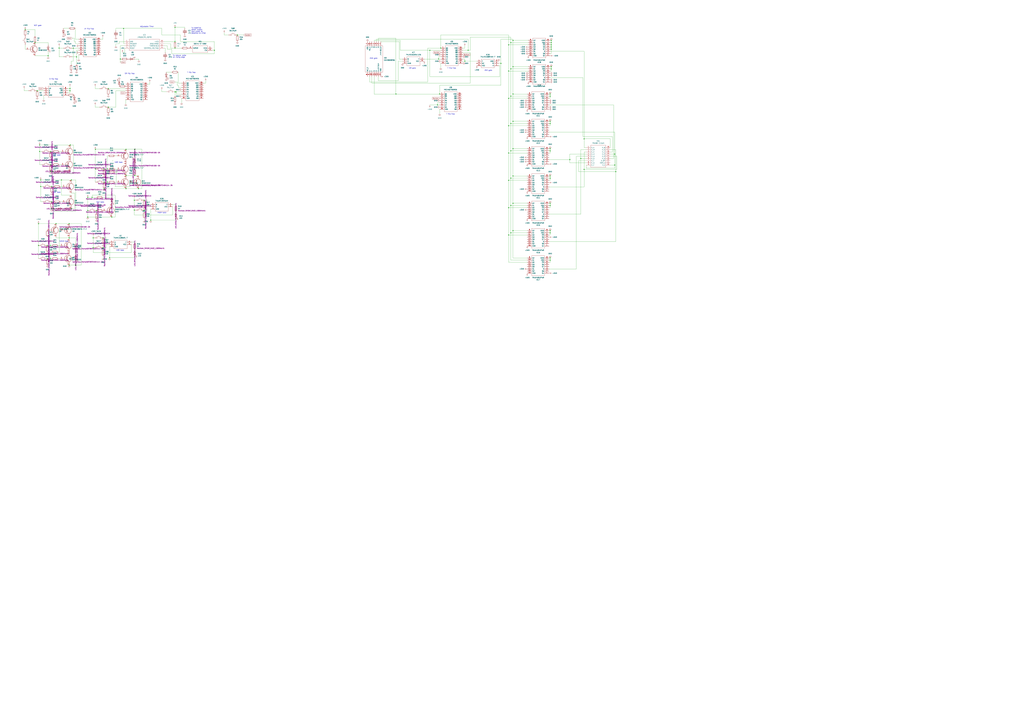
<source format=kicad_sch>
(kicad_sch (version 20230121) (generator eeschema)
  (paper "A0")
  (junction (at 593.09 143.51))
  (junction (at 590.55 82.55))
  (junction (at 65.024 259.842))
  (junction (at 80.264 259.842))
  (junction (at 543.56 58.42))
  (junction (at 80.264 276.352))
  (junction (at 82.804 242.57))
  (junction (at 593.09 270.51))
  (junction (at 203.2 31.75))
  (junction (at 55.118 300.482))
  (junction (at 715.01 199.39))
  (junction (at 595.63 109.22))
  (junction (at 44.704 259.842))
  (junction (at 203.2 48.26))
  (junction (at 29.21 34.29))
  (junction (at 499.11 58.42))
  (junction (at 459.74 109.22))
  (junction (at 129.794 252.222))
  (junction (at 640.08 77.47))
  (junction (at 139.7 68.58))
  (junction (at 638.81 111.76))
  (junction (at 40.64 49.53))
  (junction (at 593.09 111.76))
  (junction (at 678.18 161.29))
  (junction (at 58.674 176.022))
  (junction (at 248.92 58.42))
  (junction (at 590.55 114.3))
  (junction (at 509.27 68.58))
  (junction (at 81.28 102.87))
  (junction (at 80.264 308.102))
  (junction (at 59.944 216.662))
  (junction (at 713.74 191.77))
  (junction (at 203.2 55.88))
  (junction (at 595.63 77.47))
  (junction (at 110.744 196.342))
  (junction (at 110.744 173.482))
  (junction (at 155.956 232.664))
  (junction (at 108.204 276.352))
  (junction (at 101.854 229.362))
  (junction (at 59.944 234.442))
  (junction (at 45.974 176.022))
  (junction (at 175.006 255.778))
  (junction (at 593.09 80.01))
  (junction (at 203.2 106.68))
  (junction (at 638.81 236.22))
  (junction (at 112.014 244.602))
  (junction (at 581.66 73.66))
  (junction (at 58.674 285.242))
  (junction (at 638.81 299.72))
  (junction (at 590.55 209.55))
  (junction (at 156.464 203.962))
  (junction (at 45.974 168.402))
  (junction (at 124.714 196.342))
  (junction (at 47.244 216.662))
  (junction (at 275.59 40.64))
  (junction (at 590.55 177.8))
  (junction (at 156.464 173.482))
  (junction (at 595.63 140.97))
  (junction (at 71.374 209.042))
  (junction (at 590.55 273.05))
  (junction (at 87.884 308.102))
  (junction (at 590.55 146.05))
  (junction (at 61.468 199.136))
  (junction (at 640.08 52.07))
  (junction (at 58.674 191.262))
  (junction (at 638.81 175.26))
  (junction (at 593.09 238.76))
  (junction (at 43.18 105.41))
  (junction (at 101.854 244.602))
  (junction (at 125.73 102.87))
  (junction (at 108.204 287.782))
  (junction (at 106.934 229.362))
  (junction (at 640.08 80.01))
  (junction (at 143.51 33.02))
  (junction (at 595.63 267.97))
  (junction (at 125.73 124.46))
  (junction (at 539.75 71.12))
  (junction (at 88.9 66.04))
  (junction (at 638.81 140.97))
  (junction (at 58.674 199.136))
  (junction (at 124.714 211.582))
  (junction (at 595.63 236.22))
  (junction (at 640.08 49.53))
  (junction (at 127.254 299.466))
  (junction (at 167.386 232.664))
  (junction (at 160.782 219.202))
  (junction (at 44.704 285.242))
  (junction (at 119.634 276.352))
  (junction (at 81.28 105.41))
  (junction (at 593.09 207.01))
  (junction (at 593.09 49.53))
  (junction (at 146.304 173.482))
  (junction (at 81.534 168.402))
  (junction (at 590.55 241.3))
  (junction (at 146.304 219.202))
  (junction (at 595.63 46.99))
  (junction (at 638.81 238.76))
  (junction (at 101.854 252.222))
  (junction (at 47.244 209.042))
  (junction (at 590.55 52.07))
  (junction (at 155.956 244.094))
  (junction (at 661.67 185.42))
  (junction (at 595.63 204.47))
  (junction (at 638.81 143.51))
  (junction (at 638.81 267.97))
  (junction (at 62.484 242.57))
  (junction (at 146.304 203.962))
  (junction (at 638.81 207.01))
  (junction (at 85.09 55.88))
  (junction (at 510.54 109.22))
  (junction (at 120.904 196.342))
  (junction (at 640.08 46.99))
  (junction (at 640.08 54.61))
  (junction (at 713.74 179.07))
  (junction (at 674.37 184.15))
  (junction (at 68.58 55.88))
  (junction (at 119.634 287.782))
  (junction (at 593.09 175.26))
  (junction (at 595.63 172.72))
  (junction (at 638.81 109.22))
  (junction (at 82.804 209.042))
  (junction (at 508 121.92))
  (junction (at 54.864 285.242))
  (junction (at 638.81 270.51))
  (junction (at 167.386 244.094))
  (junction (at 59.944 242.57))
  (junction (at 638.81 204.47))
  (junction (at 120.904 211.582))
  (junction (at 204.47 106.68))
  (junction (at 120.904 219.202))
  (junction (at 58.674 300.482))
  (junction (at 678.18 196.85))
  (junction (at 638.81 172.72))
  (junction (at 511.81 55.88))
  (junction (at 55.88 64.77))
  (junction (at 638.81 302.26))
  (junction (at 640.08 57.15))
  (wire (pts (xy 87.63 48.26) (xy 87.63 50.8)))
  (wire (pts (xy 593.09 111.76) (xy 612.14 111.76)))
  (wire (pts (xy 678.18 196.85) (xy 678.18 176.53)))
  (wire (pts (xy 637.54 146.05) (xy 638.81 146.05)))
  (wire (pts (xy 638.81 59.69) (xy 678.18 59.69)))
  (wire (pts (xy 55.118 300.482) (xy 54.864 300.482)))
  (wire (pts (xy 44.704 285.242) (xy 44.704 300.482)))
  (wire (pts (xy 152.654 283.972) (xy 152.654 293.37)))
  (wire (pts (xy 156.464 203.962) (xy 160.782 203.962)))
  (wire (pts (xy 138.43 50.8) (xy 134.62 50.8)))
  (wire (pts (xy 204.216 237.744) (xy 200.406 237.744)))
  (wire (pts (xy 638.81 238.76) (xy 638.81 236.22)))
  (wire (pts (xy 62.484 242.57) (xy 62.484 245.364)))
  (wire (pts (xy 546.1 60.96) (xy 546.1 96.52)))
  (wire (pts (xy 638.81 302.26) (xy 638.81 299.72)))
  (wire (pts (xy 464.82 46.99) (xy 434.34 46.99)))
  (wire (pts (xy 537.21 71.12) (xy 539.75 71.12)))
  (wire (pts (xy 207.01 99.06) (xy 207.01 101.6)))
  (wire (pts (xy 171.196 232.664) (xy 167.386 232.664)))
  (wire (pts (xy 203.2 55.88) (xy 198.12 55.88)))
  (wire (pts (xy 638.81 299.72) (xy 637.54 299.72)))
  (wire (pts (xy 110.49 121.92) (xy 110.49 124.46)))
  (wire (pts (xy 637.54 121.92) (xy 712.47 121.92)))
  (wire (pts (xy 204.47 106.68) (xy 210.82 106.68)))
  (wire (pts (xy 133.604 216.916) (xy 133.604 211.582)))
  (wire (pts (xy 78.74 102.87) (xy 81.28 102.87)))
  (wire (pts (xy 44.704 259.842) (xy 44.704 285.242)))
  (wire (pts (xy 713.74 195.58) (xy 713.74 191.77)))
  (wire (pts (xy 88.9 66.04) (xy 88.9 74.93)))
  (wire (pts (xy 125.73 102.87) (xy 146.05 102.87)))
  (wire (pts (xy 203.2 106.68) (xy 203.2 111.76)))
  (wire (pts (xy 638.81 80.01) (xy 640.08 80.01)))
  (wire (pts (xy 80.264 275.082) (xy 80.264 276.352)))
  (wire (pts (xy 71.374 226.822) (xy 82.804 226.822)))
  (wire (pts (xy 205.74 99.06) (xy 207.01 99.06)))
  (wire (pts (xy 157.226 232.664) (xy 155.956 232.664)))
  (wire (pts (xy 661.67 185.42) (xy 661.67 189.23)))
  (wire (pts (xy 661.67 179.07) (xy 661.67 185.42)))
  (wire (pts (xy 82.804 242.57) (xy 82.804 242.062)))
  (wire (pts (xy 58.674 285.242) (xy 58.674 275.082)))
  (wire (pts (xy 214.63 31.75) (xy 203.2 31.75)))
  (wire (pts (xy 156.464 173.482) (xy 164.846 173.482)))
  (wire (pts (xy 156.21 68.58) (xy 161.29 68.58)))
  (wire (pts (xy 87.63 33.02) (xy 87.63 45.72)))
  (wire (pts (xy 637.54 111.76) (xy 638.81 111.76)))
  (wire (pts (xy 543.56 58.42) (xy 543.56 45.72)))
  (wire (pts (xy 67.564 300.482) (xy 70.104 300.482)))
  (wire (pts (xy 140.97 68.58) (xy 139.7 68.58)))
  (wire (pts (xy 638.81 52.07) (xy 640.08 52.07)))
  (wire (pts (xy 638.81 140.97) (xy 637.54 140.97)))
  (wire (pts (xy 124.714 211.582) (xy 125.984 211.582)))
  (wire (pts (xy 715.01 280.67) (xy 715.01 199.39)))
  (wire (pts (xy 70.104 216.662) (xy 72.644 216.662)))
  (wire (pts (xy 133.604 226.822) (xy 133.604 252.222)))
  (wire (pts (xy 593.09 49.53) (xy 593.09 80.01)))
  (wire (pts (xy 496.57 95.25) (xy 429.26 95.25)))
  (wire (pts (xy 708.66 181.61) (xy 716.28 181.61)))
  (wire (pts (xy 133.604 252.222) (xy 129.794 252.222)))
  (wire (pts (xy 638.81 172.72) (xy 637.54 172.72)))
  (wire (pts (xy 640.08 46.99) (xy 640.08 49.53)))
  (wire (pts (xy 171.196 244.094) (xy 171.196 240.284)))
  (wire (pts (xy 434.34 109.22) (xy 434.34 88.9)))
  (wire (pts (xy 509.27 66.04) (xy 509.27 68.58)))
  (wire (pts (xy 134.62 124.46) (xy 125.73 124.46)))
  (wire (pts (xy 508 119.38) (xy 508 121.92)))
  (wire (pts (xy 47.244 234.442) (xy 49.784 234.442)))
  (wire (pts (xy 144.78 48.26) (xy 138.43 48.26)))
  (wire (pts (xy 638.81 57.15) (xy 640.08 57.15)))
  (wire (pts (xy 546.1 58.42) (xy 546.1 43.18)))
  (wire (pts (xy 638.81 62.23) (xy 640.08 62.23)))
  (wire (pts (xy 146.05 105.41) (xy 134.62 105.41)))
  (wire (pts (xy 198.12 55.88) (xy 198.12 50.8)))
  (wire (pts (xy 499.11 88.9) (xy 580.39 88.9)))
  (wire (pts (xy 680.72 195.58) (xy 713.74 195.58)))
  (wire (pts (xy 198.12 50.8) (xy 190.5 50.8)))
  (wire (pts (xy 712.47 184.15) (xy 708.66 184.15)))
  (wire (pts (xy 45.974 168.402) (xy 81.534 168.402)))
  (wire (pts (xy 581.66 99.06) (xy 581.66 73.66)))
  (wire (pts (xy 207.01 83.82) (xy 207.01 96.52)))
  (wire (pts (xy 711.2 158.75) (xy 711.2 176.53)))
  (wire (pts (xy 593.09 175.26) (xy 612.14 175.26)))
  (wire (pts (xy 671.83 186.69) (xy 671.83 199.39)))
  (wire (pts (xy 595.63 46.99) (xy 595.63 77.47)))
  (wire (pts (xy 431.8 96.52) (xy 431.8 88.9)))
  (wire (pts (xy 429.26 95.25) (xy 429.26 88.9)))
  (wire (pts (xy 54.864 285.242) (xy 58.674 285.242)))
  (wire (pts (xy 150.622 211.582) (xy 150.622 216.916)))
  (wire (pts (xy 116.84 45.72) (xy 119.38 45.72)))
  (wire (pts (xy 248.92 48.26) (xy 248.92 58.42)))
  (wire (pts (xy 499.11 58.42) (xy 499.11 88.9)))
  (wire (pts (xy 161.29 68.58) (xy 161.29 69.85)))
  (wire (pts (xy 160.782 219.202) (xy 164.846 219.202)))
  (wire (pts (xy 86.36 48.26) (xy 87.63 48.26)))
  (wire (pts (xy 595.63 46.99) (xy 613.41 46.99)))
  (wire (pts (xy 638.81 82.55) (xy 640.08 82.55)))
  (wire (pts (xy 459.74 109.22) (xy 459.74 44.45)))
  (wire (pts (xy 439.42 44.45) (xy 439.42 48.26)))
  (wire (pts (xy 510.54 109.22) (xy 459.74 109.22)))
  (wire (pts (xy 637.54 248.92) (xy 674.37 248.92)))
  (wire (pts (xy 207.01 101.6) (xy 210.82 101.6)))
  (wire (pts (xy 593.09 143.51) (xy 593.09 175.26)))
  (wire (pts (xy 58.674 191.262) (xy 61.214 191.262)))
  (wire (pts (xy 55.88 59.69) (xy 55.88 64.77)))
  (wire (pts (xy 138.43 48.26) (xy 138.43 50.8)))
  (wire (pts (xy 713.74 191.77) (xy 708.66 191.77)))
  (wire (pts (xy 638.81 204.47) (xy 637.54 204.47)))
  (wire (pts (xy 156.464 282.194) (xy 156.464 281.432)))
  (wire (pts (xy 82.804 224.282) (xy 86.614 224.282)))
  (wire (pts (xy 123.444 283.972) (xy 127.254 283.972)))
  (wire (pts (xy 80.264 276.352) (xy 87.884 276.352)))
  (wire (pts (xy 47.244 209.042) (xy 47.244 216.662)))
  (wire (pts (xy 120.904 219.202) (xy 146.304 219.202)))
  (wire (pts (xy 260.35 38.1) (xy 260.35 40.64)))
  (wire (pts (xy 134.874 196.342) (xy 134.874 211.582)))
  (wire (pts (xy 580.39 76.2) (xy 579.12 76.2)))
  (wire (pts (xy 81.28 107.95) (xy 81.28 105.41)))
  (wire (pts (xy 581.66 73.66) (xy 579.12 73.66)))
  (wire (pts (xy 593.09 238.76) (xy 593.09 270.51)))
  (wire (pts (xy 29.21 57.15) (xy 30.48 57.15)))
  (wire (pts (xy 83.82 55.88) (xy 85.09 55.88)))
  (wire (pts (xy 640.08 57.15) (xy 640.08 54.61)))
  (wire (pts (xy 590.55 82.55) (xy 613.41 82.55)))
  (wire (pts (xy 260.35 40.64) (xy 265.43 40.64)))
  (wire (pts (xy 58.674 292.862) (xy 58.674 300.482)))
  (wire (pts (xy 674.37 173.99) (xy 680.72 173.99)))
  (wire (pts (xy 94.234 259.842) (xy 94.234 308.102)))
  (wire (pts (xy 638.81 209.55) (xy 638.81 207.01)))
  (wire (pts (xy 143.51 33.02) (xy 134.62 33.02)))
  (wire (pts (xy 87.884 308.102) (xy 94.234 308.102)))
  (wire (pts (xy 45.974 191.262) (xy 48.514 191.262)))
  (wire (pts (xy 82.55 71.12) (xy 85.09 71.12)))
  (wire (pts (xy 511.81 73.66) (xy 511.81 78.74)))
  (wire (pts (xy 209.55 40.64) (xy 209.55 48.26)))
  (wire (pts (xy 590.55 273.05) (xy 612.14 273.05)))
  (wire (pts (xy 581.66 45.72) (xy 595.63 45.72)))
  (wire (pts (xy 638.81 90.17) (xy 676.91 90.17)))
  (wire (pts (xy 80.264 308.102) (xy 87.884 308.102)))
  (wire (pts (xy 637.54 273.05) (xy 638.81 273.05)))
  (wire (pts (xy 678.18 196.85) (xy 716.28 196.85)))
  (wire (pts (xy 175.006 255.778) (xy 175.006 256.032)))
  (wire (pts (xy 638.81 109.22) (xy 637.54 109.22)))
  (wire (pts (xy 499.11 121.92) (xy 508 121.92)))
  (wire (pts (xy 88.9 58.42) (xy 88.9 66.04)))
  (wire (pts (xy 124.714 199.898) (xy 124.714 211.582)))
  (wire (pts (xy 511.81 58.42) (xy 499.11 58.42)))
  (wire (pts (xy 125.984 199.898) (xy 124.714 199.898)))
  (wire (pts (xy 171.196 240.284) (xy 175.006 240.284)))
  (wire (pts (xy 65.024 275.082) (xy 65.024 276.352)))
  (wire (pts (xy 58.674 199.136) (xy 61.468 199.136)))
  (wire (pts (xy 590.55 52.07) (xy 590.55 82.55)))
  (wire (pts (xy 595.63 204.47) (xy 612.14 204.47)))
  (wire (pts (xy 537.21 68.58) (xy 539.75 68.58)))
  (wire (pts (xy 156.464 298.196) (xy 156.464 299.466)))
  (wire (pts (xy 68.58 53.34) (xy 68.58 55.88)))
  (wire (pts (xy 123.444 281.432) (xy 123.444 276.352)))
  (wire (pts (xy 112.014 247.396) (xy 112.014 244.602)))
  (wire (pts (xy 106.934 229.362) (xy 112.014 229.362)))
  (wire (pts (xy 81.534 198.882) (xy 81.534 199.136)))
  (wire (pts (xy 139.7 53.34) (xy 144.78 53.34)))
  (wire (pts (xy 155.956 232.664) (xy 155.956 244.094)))
  (wire (pts (xy 50.8 110.49) (xy 50.8 115.57)))
  (wire (pts (xy 204.216 238.506) (xy 204.216 237.744)))
  (wire (pts (xy 71.374 199.136) (xy 73.914 199.136)))
  (wire (pts (xy 136.144 199.898) (xy 133.604 199.898)))
  (wire (pts (xy 40.64 41.91) (xy 40.64 34.29)))
  (wire (pts (xy 120.904 196.342) (xy 124.714 196.342)))
  (wire (pts (xy 581.66 73.66) (xy 581.66 45.72)))
  (wire (pts (xy 40.64 49.53) (xy 55.88 49.53)))
  (wire (pts (xy 590.55 241.3) (xy 590.55 273.05)))
  (wire (pts (xy 546.1 43.18) (xy 593.09 43.18)))
  (wire (pts (xy 131.064 186.182) (xy 131.064 187.452)))
  (wire (pts (xy 436.88 45.72) (xy 436.88 48.26)))
  (wire (pts (xy 65.278 242.57) (xy 62.484 242.57)))
  (wire (pts (xy 716.28 181.61) (xy 716.28 196.85)))
  (wire (pts (xy 190.5 48.26) (xy 203.2 48.26)))
  (wire (pts (xy 203.2 31.75) (xy 203.2 48.26)))
  (wire (pts (xy 637.54 270.51) (xy 638.81 270.51)))
  (wire (pts (xy 68.834 292.862) (xy 67.564 292.862)))
  (wire (pts (xy 638.81 175.26) (xy 638.81 172.72)))
  (wire (pts (xy 55.88 64.77) (xy 55.88 66.04)))
  (wire (pts (xy 108.204 276.352) (xy 108.204 287.782)))
  (wire (pts (xy 593.09 143.51) (xy 612.14 143.51)))
  (wire (pts (xy 539.75 68.58) (xy 539.75 71.12)))
  (wire (pts (xy 590.55 209.55) (xy 612.14 209.55)))
  (wire (pts (xy 62.484 242.57) (xy 59.944 242.57)))
  (wire (pts (xy 68.834 176.022) (xy 71.374 176.022)))
  (wire (pts (xy 637.54 114.3) (xy 638.81 114.3)))
  (wire (pts (xy 640.08 80.01) (xy 640.08 77.47)))
  (wire (pts (xy 637.54 238.76) (xy 638.81 238.76)))
  (wire (pts (xy 209.55 48.26) (xy 248.92 48.26)))
  (wire (pts (xy 537.21 55.88) (xy 539.75 55.88)))
  (wire (pts (xy 595.63 172.72) (xy 595.63 204.47)))
  (wire (pts (xy 156.464 289.814) (xy 156.464 290.576)))
  (wire (pts (xy 590.55 241.3) (xy 612.14 241.3)))
  (wire (pts (xy 248.92 62.23) (xy 199.39 62.23)))
  (wire (pts (xy 637.54 304.8) (xy 638.81 304.8)))
  (wire (pts (xy 510.54 119.38) (xy 508 119.38)))
  (wire (pts (xy 48.514 176.022) (xy 45.974 176.022)))
  (wire (pts (xy 637.54 217.17) (xy 678.18 217.17)))
  (wire (pts (xy 150.622 216.916) (xy 133.604 216.916)))
  (wire (pts (xy 708.66 171.45) (xy 708.66 161.29)))
  (wire (pts (xy 638.81 273.05) (xy 638.81 270.51)))
  (wire (pts (xy 127.254 299.466) (xy 127.254 299.72)))
  (wire (pts (xy 47.244 209.042) (xy 71.374 209.042)))
  (wire (pts (xy 496.57 55.88) (xy 496.57 95.25)))
  (wire (pts (xy 167.386 244.094) (xy 171.196 244.094)))
  (wire (pts (xy 125.73 181.102) (xy 124.714 181.102)))
  (wire (pts (xy 713.74 179.07) (xy 713.74 191.77)))
  (wire (pts (xy 580.39 88.9) (xy 580.39 76.2)))
  (wire (pts (xy 108.204 276.352) (xy 108.204 273.812)))
  (wire (pts (xy 590.55 114.3) (xy 590.55 146.05)))
  (wire (pts (xy 553.72 71.12) (xy 539.75 71.12)))
  (wire (pts (xy 134.62 33.02) (xy 134.62 35.56)))
  (wire (pts (xy 144.78 60.96) (xy 144.78 55.88)))
  (wire (pts (xy 101.854 229.362) (xy 106.934 229.362)))
  (wire (pts (xy 144.78 50.8) (xy 143.51 50.8)))
  (wire (pts (xy 110.49 100.33) (xy 110.49 102.87)))
  (wire (pts (xy 156.464 173.482) (xy 156.464 183.642)))
  (wire (pts (xy 593.09 49.53) (xy 613.41 49.53)))
  (wire (pts (xy 81.534 168.402) (xy 85.344 168.402)))
  (wire (pts (xy 640.08 82.55) (xy 640.08 80.01)))
  (wire (pts (xy 62.484 245.364) (xy 87.884 245.364)))
  (wire (pts (xy 593.09 270.51) (xy 593.09 302.26)))
  (wire (pts (xy 248.92 58.42) (xy 248.92 62.23)))
  (wire (pts (xy 708.66 179.07) (xy 713.74 179.07)))
  (wire (pts (xy 209.55 40.64) (xy 187.96 40.64)))
  (wire (pts (xy 123.444 287.782) (xy 123.444 283.972)))
  (wire (pts (xy 590.55 82.55) (xy 590.55 114.3)))
  (wire (pts (xy 59.944 234.442) (xy 62.484 234.442)))
  (wire (pts (xy 676.91 158.75) (xy 711.2 158.75)))
  (wire (pts (xy 638.81 46.99) (xy 640.08 46.99)))
  (wire (pts (xy 640.08 49.53) (xy 638.81 49.53)))
  (wire (pts (xy 46.99 216.662) (xy 47.244 216.662)))
  (wire (pts (xy 590.55 40.64) (xy 590.55 52.07)))
  (wire (pts (xy 595.63 140.97) (xy 612.14 140.97)))
  (wire (pts (xy 204.216 246.126) (xy 204.216 246.888)))
  (wire (pts (xy 640.08 54.61) (xy 640.08 52.07)))
  (wire (pts (xy 680.72 179.07) (xy 661.67 179.07)))
  (wire (pts (xy 106.934 226.822) (xy 133.604 226.822)))
  (wire (pts (xy 638.81 304.8) (xy 638.81 302.26)))
  (wire (pts (xy 595.63 172.72) (xy 612.14 172.72)))
  (wire (pts (xy 110.744 196.342) (xy 110.744 211.582)))
  (wire (pts (xy 110.49 124.46) (xy 115.57 124.46)))
  (wire (pts (xy 463.55 68.58) (xy 467.36 68.58)))
  (wire (pts (xy 638.81 236.22) (xy 637.54 236.22)))
  (wire (pts (xy 214.63 33.02) (xy 214.63 31.75)))
  (wire (pts (xy 155.956 232.664) (xy 155.956 230.124)))
  (wire (pts (xy 155.956 244.094) (xy 157.226 244.094)))
  (wire (pts (xy 546.1 96.52) (xy 431.8 96.52)))
  (wire (pts (xy 47.244 216.662) (xy 49.784 216.662)))
  (wire (pts (xy 187.96 104.14) (xy 187.96 106.68)))
  (wire (pts (xy 68.58 55.88) (xy 73.66 55.88)))
  (wire (pts (xy 80.264 259.842) (xy 94.234 259.842)))
  (wire (pts (xy 45.974 176.022) (xy 45.974 191.262)))
  (wire (pts (xy 203.2 55.88) (xy 210.82 55.88)))
  (wire (pts (xy 65.024 259.842) (xy 80.264 259.842)))
  (wire (pts (xy 590.55 304.8) (xy 612.14 304.8)))
  (wire (pts (xy 108.204 293.37) (xy 108.204 287.782)))
  (wire (pts (xy 133.604 196.342) (xy 134.874 196.342)))
  (wire (pts (xy 55.118 300.482) (xy 58.674 300.482)))
  (wire (pts (xy 640.08 77.47) (xy 638.81 77.47)))
  (wire (pts (xy 637.54 185.42) (xy 661.67 185.42)))
  (wire (pts (xy 175.006 237.744) (xy 171.196 237.744)))
  (wire (pts (xy 593.09 43.18) (xy 593.09 49.53)))
  (wire (pts (xy 27.94 105.41) (xy 33.02 105.41)))
  (wire (pts (xy 204.216 255.778) (xy 175.006 255.778)))
  (wire (pts (xy 637.54 209.55) (xy 638.81 209.55)))
  (wire (pts (xy 110.744 173.482) (xy 110.744 196.342)))
  (wire (pts (xy 595.63 109.22) (xy 612.14 109.22)))
  (wire (pts (xy 640.08 62.23) (xy 640.08 57.15)))
  (wire (pts (xy 637.54 302.26) (xy 638.81 302.26)))
  (wire (pts (xy 593.09 238.76) (xy 612.14 238.76)))
  (wire (pts (xy 191.77 55.88) (xy 190.5 55.88)))
  (wire (pts (xy 511.81 40.64) (xy 590.55 40.64)))
  (wire (pts (xy 127.254 281.432) (xy 123.444 281.432)))
  (wire (pts (xy 593.09 302.26) (xy 612.14 302.26)))
  (wire (pts (xy 593.09 80.01) (xy 613.41 80.01)))
  (wire (pts (xy 61.468 199.136) (xy 63.754 199.136)))
  (wire (pts (xy 58.674 300.482) (xy 59.944 300.482)))
  (wire (pts (xy 715.01 199.39) (xy 715.01 173.99)))
  (wire (pts (xy 637.54 177.8) (xy 638.81 177.8)))
  (wire (pts (xy 674.37 248.92) (xy 674.37 184.15)))
  (wire (pts (xy 156.464 299.466) (xy 127.254 299.466)))
  (wire (pts (xy 638.81 241.3) (xy 638.81 238.76)))
  (wire (pts (xy 708.66 161.29) (xy 678.18 161.29)))
  (wire (pts (xy 82.804 242.57) (xy 86.614 242.57)))
  (wire (pts (xy 638.81 267.97) (xy 637.54 267.97)))
  (wire (pts (xy 59.944 242.57) (xy 59.944 243.078)))
  (wire (pts (xy 275.59 40.64) (xy 283.21 40.64)))
  (wire (pts (xy 637.54 153.67) (xy 713.74 153.67)))
  (wire (pts (xy 106.934 229.362) (xy 106.934 226.822)))
  (wire (pts (xy 464.82 58.42) (xy 464.82 46.99)))
  (wire (pts (xy 134.62 50.8) (xy 134.62 53.34)))
  (wire (pts (xy 72.898 242.57) (xy 75.184 242.57)))
  (wire (pts (xy 58.674 176.022) (xy 61.214 176.022)))
  (wire (pts (xy 58.674 275.082) (xy 54.864 275.082)))
  (wire (pts (xy 638.81 114.3) (xy 638.81 111.76)))
  (wire (pts (xy 638.81 207.01) (xy 638.81 204.47)))
  (wire (pts (xy 593.09 207.01) (xy 593.09 238.76)))
  (wire (pts (xy 171.45 97.79) (xy 173.99 97.79)))
  (wire (pts (xy 136.144 196.342) (xy 136.144 199.898)))
  (wire (pts (xy 204.47 109.22) (xy 204.47 106.68)))
  (wire (pts (xy 61.468 201.93) (xy 61.468 199.136)))
  (wire (pts (xy 511.81 55.88) (xy 511.81 40.64)))
  (wire (pts (xy 205.74 95.25) (xy 205.74 99.06)))
  (wire (pts (xy 637.54 280.67) (xy 715.01 280.67)))
  (wire (pts (xy 637.54 312.42) (xy 669.29 312.42)))
  (wire (pts (xy 43.18 105.41) (xy 50.8 105.41)))
  (wire (pts (xy 187.96 40.64) (xy 187.96 33.02)))
  (wire (pts (xy 85.344 168.402) (xy 85.344 201.93)))
  (wire (pts (xy 142.24 60.96) (xy 144.78 60.96)))
  (wire (pts (xy 210.82 114.3) (xy 210.82 119.38)))
  (wire (pts (xy 85.344 201.93) (xy 61.468 201.93)))
  (wire (pts (xy 167.386 256.032) (xy 167.386 253.746)))
  (wire (pts (xy 86.36 44.45) (xy 86.36 48.26)))
  (wire (pts (xy 110.49 102.87) (xy 115.57 102.87)))
  (wire (pts (xy 462.28 71.12) (xy 467.36 71.12)))
  (wire (pts (xy 193.04 83.82) (xy 199.39 83.82)))
  (wire (pts (xy 187.96 106.68) (xy 193.04 106.68)))
  (wire (pts (xy 173.99 97.79) (xy 173.99 95.25)))
  (wire (pts (xy 81.28 102.87) (xy 81.28 100.33)))
  (wire (pts (xy 492.76 68.58) (xy 509.27 68.58)))
  (wire (pts (xy 58.674 199.136) (xy 58.674 198.882)))
  (wire (pts (xy 27.94 102.87) (xy 27.94 105.41)))
  (wire (pts (xy 210.82 109.22) (xy 204.47 109.22)))
  (wire (pts (xy 83.82 44.45) (xy 86.36 44.45)))
  (wire (pts (xy 462.28 93.98) (xy 462.28 71.12)))
  (wire (pts (xy 156.464 191.262) (xy 156.464 196.342)))
  (wire (pts (xy 47.244 216.662) (xy 47.244 234.442)))
  (wire (pts (xy 175.006 242.824) (xy 175.006 255.778)))
  (wire (pts (xy 146.304 219.202) (xy 160.782 219.202)))
  (wire (pts (xy 593.09 80.01) (xy 593.09 111.76)))
  (wire (pts (xy 68.834 267.462) (xy 68.834 292.862)))
  (wire (pts (xy 638.81 143.51) (xy 638.81 140.97)))
  (wire (pts (xy 87.884 276.352) (xy 87.884 282.702)))
  (wire (pts (xy 669.29 181.61) (xy 680.72 181.61)))
  (wire (pts (xy 669.29 312.42) (xy 669.29 181.61)))
  (wire (pts (xy 637.54 175.26) (xy 638.81 175.26)))
  (wire (pts (xy 71.374 209.042) (xy 82.804 209.042)))
  (wire (pts (xy 510.54 127) (xy 510.54 132.08)))
  (wire (pts (xy 119.634 299.72) (xy 119.634 297.434)))
  (wire (pts (xy 593.09 111.76) (xy 593.09 143.51)))
  (wire (pts (xy 139.7 68.58) (xy 139.7 53.34)))
  (wire (pts (xy 55.88 49.53) (xy 55.88 52.07)))
  (wire (pts (xy 678.18 217.17) (xy 678.18 196.85)))
  (wire (pts (xy 40.64 34.29) (xy 29.21 34.29)))
  (wire (pts (xy 680.72 186.69) (xy 671.83 186.69)))
  (wire (pts (xy 590.55 209.55) (xy 590.55 241.3)))
  (wire (pts (xy 593.09 207.01) (xy 612.14 207.01)))
  (wire (pts (xy 91.44 58.42) (xy 88.9 58.42)))
  (wire (pts (xy 595.63 236.22) (xy 595.63 267.97)))
  (wire (pts (xy 109.474 276.352) (xy 108.204 276.352)))
  (wire (pts (xy 156.464 281.432) (xy 152.654 281.432)))
  (wire (pts (xy 110.744 173.482) (xy 146.304 173.482)))
  (wire (pts (xy 539.75 55.88) (xy 539.75 53.34)))
  (wire (pts (xy 715.01 173.99) (xy 708.66 173.99)))
  (wire (pts (xy 439.42 93.98) (xy 462.28 93.98)))
  (wire (pts (xy 87.884 209.042) (xy 87.884 245.364)))
  (wire (pts (xy 59.944 292.862) (xy 58.674 292.862)))
  (wire (pts (xy 638.81 54.61) (xy 640.08 54.61)))
  (wire (pts (xy 637.54 207.01) (xy 638.81 207.01)))
  (wire (pts (xy 78.74 107.95) (xy 81.28 107.95)))
  (wire (pts (xy 81.28 105.41) (xy 81.28 102.87)))
  (wire (pts (xy 167.386 246.126) (xy 167.386 244.094)))
  (wire (pts (xy 119.634 289.814) (xy 119.634 287.782)))
  (wire (pts (xy 595.63 45.72) (xy 595.63 46.99)))
  (wire (pts (xy 203.2 95.25) (xy 205.74 95.25)))
  (wire (pts (xy 439.42 88.9) (xy 439.42 93.98)))
  (wire (pts (xy 204.216 254.508) (xy 204.216 255.778)))
  (wire (pts (xy 139.7 68.58) (xy 139.7 72.39)))
  (wire (pts (xy 58.674 285.242) (xy 59.944 285.242)))
  (wire (pts (xy 508 121.92) (xy 510.54 121.92)))
  (wire (pts (xy 59.944 242.57) (xy 59.944 242.062)))
  (wire (pts (xy 45.974 168.402) (xy 45.974 176.022)))
  (wire (pts (xy 143.51 50.8) (xy 143.51 33.02)))
  (wire (pts (xy 441.96 48.26) (xy 463.55 48.26)))
  (wire (pts (xy 595.63 109.22) (xy 595.63 140.97)))
  (wire (pts (xy 543.56 45.72) (xy 436.88 45.72)))
  (wire (pts (xy 88.9 66.04) (xy 83.82 66.04)))
  (wire (pts (xy 119.634 229.362) (xy 129.794 229.362)))
  (wire (pts (xy 68.58 66.04) (xy 73.66 66.04)))
  (wire (pts (xy 499.11 58.42) (xy 464.82 58.42)))
  (wire (pts (xy 510.54 109.22) (xy 510.54 99.06)))
  (wire (pts (xy 80.264 276.352) (xy 80.264 277.622)))
  (wire (pts (xy 590.55 146.05) (xy 612.14 146.05)))
  (wire (pts (xy 87.63 50.8) (xy 91.44 50.8)))
  (wire (pts (xy 200.406 240.284) (xy 200.406 249.682)))
  (wire (pts (xy 207.01 96.52) (xy 210.82 96.52)))
  (wire (pts (xy 59.944 216.662) (xy 62.484 216.662)))
  (wire (pts (xy 44.704 259.842) (xy 65.024 259.842)))
  (wire (pts (xy 73.66 33.02) (xy 80.01 33.02)))
  (wire (pts (xy 595.63 204.47) (xy 595.63 236.22)))
  (wire (pts (xy 200.406 249.682) (xy 155.956 249.682)))
  (wire (pts (xy 199.39 57.15) (xy 194.31 57.15)))
  (wire (pts (xy 236.22 96.52) (xy 238.76 96.52)))
  (wire (pts (xy 680.72 191.77) (xy 680.72 195.58)))
  (wire (pts (xy 101.854 252.222) (xy 129.794 252.222)))
  (wire (pts (xy 543.56 58.42) (xy 546.1 58.42)))
  (wire (pts (xy 194.31 53.34) (xy 190.5 53.34)))
  (wire (pts (xy 155.956 249.682) (xy 155.956 244.094)))
  (wire (pts (xy 238.76 96.52) (xy 238.76 93.98)))
  (wire (pts (xy 434.34 46.99) (xy 434.34 48.26)))
  (wire (pts (xy 511.81 55.88) (xy 496.57 55.88)))
  (wire (pts (xy 119.38 45.72) (xy 119.38 43.18)))
  (wire (pts (xy 40.64 64.77) (xy 55.88 64.77)))
  (wire (pts (xy 537.21 58.42) (xy 543.56 58.42)))
  (wire (pts (xy 595.63 299.72) (xy 612.14 299.72)))
  (wire (pts (xy 85.09 71.12) (xy 85.09 55.88)))
  (wire (pts (xy 68.834 267.462) (xy 70.104 267.462)))
  (wire (pts (xy 87.63 45.72) (xy 91.44 45.72)))
  (wire (pts (xy 595.63 77.47) (xy 595.63 109.22)))
  (wire (pts (xy 187.96 33.02) (xy 143.51 33.02)))
  (wire (pts (xy 86.614 224.282) (xy 86.614 242.57)))
  (wire (pts (xy 152.654 293.37) (xy 108.204 293.37)))
  (wire (pts (xy 67.564 285.242) (xy 70.104 285.242)))
  (wire (pts (xy 638.81 177.8) (xy 638.81 175.26)))
  (wire (pts (xy 712.47 121.92) (xy 712.47 184.15)))
  (wire (pts (xy 146.304 203.962) (xy 156.464 203.962)))
  (wire (pts (xy 164.846 173.482) (xy 164.846 219.202)))
  (wire (pts (xy 71.374 209.042) (xy 71.374 226.822)))
  (wire (pts (xy 191.77 60.96) (xy 191.77 55.88)))
  (wire (pts (xy 108.204 287.782) (xy 109.474 287.782)))
  (wire (pts (xy 68.834 191.262) (xy 71.374 191.262)))
  (wire (pts (xy 509.27 68.58) (xy 511.81 68.58)))
  (wire (pts (xy 127.254 286.512) (xy 127.254 299.466)))
  (wire (pts (xy 511.81 66.04) (xy 509.27 66.04)))
  (wire (pts (xy 590.55 114.3) (xy 612.14 114.3)))
  (wire (pts (xy 593.09 175.26) (xy 593.09 207.01)))
  (wire (pts (xy 124.714 196.342) (xy 125.984 196.342)))
  (wire (pts (xy 87.884 290.322) (xy 87.884 295.402)))
  (wire (pts (xy 537.21 60.96) (xy 546.1 60.96)))
  (wire (pts (xy 123.444 276.352) (xy 119.634 276.352)))
  (wire (pts (xy 101.854 229.362) (xy 101.854 244.602)))
  (wire (pts (xy 590.55 52.07) (xy 613.41 52.07)))
  (wire (pts (xy 638.81 146.05) (xy 638.81 143.51)))
  (wire (pts (xy 595.63 236.22) (xy 612.14 236.22)))
  (wire (pts (xy 459.74 44.45) (xy 439.42 44.45)))
  (wire (pts (xy 463.55 48.26) (xy 463.55 68.58)))
  (wire (pts (xy 29.21 52.07) (xy 29.21 57.15)))
  (wire (pts (xy 134.62 105.41) (xy 134.62 124.46)))
  (wire (pts (xy 146.304 173.482) (xy 156.464 173.482)))
  (wire (pts (xy 595.63 267.97) (xy 612.14 267.97)))
  (wire (pts (xy 85.09 55.88) (xy 91.44 55.88)))
  (wire (pts (xy 638.81 270.51) (xy 638.81 267.97)))
  (wire (pts (xy 78.74 105.41) (xy 81.28 105.41)))
  (wire (pts (xy 101.854 244.602) (xy 101.854 252.222)))
  (wire (pts (xy 713.74 153.67) (xy 713.74 179.07)))
  (wire (pts (xy 120.904 211.582) (xy 124.714 211.582)))
  (wire (pts (xy 678.18 59.69) (xy 678.18 161.29)))
  (wire (pts (xy 661.67 189.23) (xy 680.72 189.23)))
  (wire (pts (xy 134.874 211.582) (xy 136.144 211.582)))
  (wire (pts (xy 82.804 209.042) (xy 87.884 209.042)))
  (wire (pts (xy 678.18 161.29) (xy 678.18 171.45)))
  (wire (pts (xy 678.18 176.53) (xy 680.72 176.53)))
  (wire (pts (xy 637.54 143.51) (xy 638.81 143.51)))
  (wire (pts (xy 595.63 267.97) (xy 595.63 299.72)))
  (wire (pts (xy 58.674 199.39) (xy 58.674 199.136)))
  (wire (pts (xy 676.91 90.17) (xy 676.91 158.75)))
  (wire (pts (xy 671.83 199.39) (xy 715.01 199.39)))
  (wire (pts (xy 146.05 115.57) (xy 146.05 120.65)))
  (wire (pts (xy 590.55 273.05) (xy 590.55 304.8)))
  (wire (pts (xy 82.55 74.93) (xy 82.55 71.12)))
  (wire (pts (xy 65.024 276.352) (xy 80.264 276.352)))
  (wire (pts (xy 124.714 181.102) (xy 124.714 196.342)))
  (wire (pts (xy 638.81 111.76) (xy 638.81 109.22)))
  (wire (pts (xy 171.196 237.744) (xy 171.196 232.664)))
  (wire (pts (xy 70.104 234.442) (xy 72.644 234.442)))
  (wire (pts (xy 674.37 184.15) (xy 674.37 173.99)))
  (wire (pts (xy 590.55 177.8) (xy 612.14 177.8)))
  (wire (pts (xy 637.54 241.3) (xy 638.81 241.3)))
  (wire (pts (xy 199.39 62.23) (xy 199.39 57.15)))
  (wire (pts (xy 640.08 52.07) (xy 640.08 49.53)))
  (wire (pts (xy 590.55 146.05) (xy 590.55 177.8)))
  (wire (pts (xy 87.884 303.022) (xy 87.884 308.102)))
  (wire (pts (xy 133.35 181.102) (xy 136.144 181.102)))
  (wire (pts (xy 593.09 270.51) (xy 612.14 270.51)))
  (wire (pts (xy 595.63 77.47) (xy 613.41 77.47)))
  (wire (pts (xy 678.18 171.45) (xy 680.72 171.45)))
  (wire (pts (xy 590.55 177.8) (xy 590.55 209.55)))
  (wire (pts (xy 674.37 184.15) (xy 680.72 184.15)))
  (wire (pts (xy 246.38 58.42) (xy 248.92 58.42)))
  (wire (pts (xy 119.634 287.782) (xy 123.444 287.782)))
  (wire (pts (xy 194.31 57.15) (xy 194.31 53.34)))
  (wire (pts (xy 91.44 63.5) (xy 91.44 68.58)))
  (wire (pts (xy 203.2 106.68) (xy 204.47 106.68)))
  (wire (pts (xy 68.58 55.88) (xy 68.58 66.04)))
  (wire (pts (xy 595.63 140.97) (xy 595.63 172.72)))
  (wire (pts (xy 711.2 176.53) (xy 708.66 176.53)))
  (wire (pts (xy 510.54 99.06) (xy 581.66 99.06)))
  (wire (pts (xy 459.74 109.22) (xy 434.34 109.22)))
  (text "To reduce noise\non rising edge" (at 200.66 67.31 0) (effects (font (size 1.27 1.27)) (justify left bottom)))
  (text "XNOR Gate" (at 182.626 247.904 0) (effects (font (size 1.27 1.27)) (justify left bottom)))
  (text "OR Gate" (at 62.484 224.282 0) (effects (font (size 1.27 1.27)) (justify left bottom)))
  (text "NOT Gate" (at 112.014 235.712 0) (effects (font (size 1.27 1.27)) (justify left bottom)))
  (text "JK flip flop" (at 97.79 34.29 0) (effects (font (size 1.27 1.27)) (justify left bottom)))
  (text "NOT gate" (at 39.37 30.48 0) (effects (font (size 1.27 1.27)) (justify left bottom)))
  (text "T flip flop" (at 518.16 133.35 0) (effects (font (size 1.27 1.27)) (justify left bottom)))
  (text "AND gate\n" (at 429.26 68.58 0) (effects (font (size 1.27 1.27)) (justify left bottom)))
  (text "T flip flop" (at 217.17 85.09 0) (effects (font (size 1.27 1.27)) (justify left bottom)))
  (text "T flip flop" (at 519.43 80.01 0) (effects (font (size 1.27 1.27)) (justify left bottom)))
  (text "D flip flop" (at 57.15 92.71 0) (effects (font (size 1.27 1.27)) (justify left bottom)))
  (text "XOR Gate" (at 134.874 291.592 0) (effects (font (size 1.27 1.27)) (justify left bottom)))
  (text "OR gate\n" (at 474.98 80.01 0) (effects (font (size 1.27 1.27)) (justify left bottom)))
  (text "NOR Gate" (at 133.096 189.484 0) (effects (font (size 1.27 1.27)) (justify left bottom)))
  (text "AND gate\n" (at 562.61 82.55 0) (effects (font (size 1.27 1.27)) (justify left bottom)))
  (text "SR flip flop" (at 144.78 86.36 0) (effects (font (size 1.27 1.27)) (justify left bottom)))
  (text "NAND Gate" (at 69.088 281.178 0) (effects (font (size 1.27 1.27)) (justify left bottom)))
  (text "To stabilize \npower supply\n(put close as\npossible to chip)" (at 222.25 39.37 0) (effects (font (size 1.27 1.27)) (justify left bottom)))
  (text "Adjustable Timer" (at 162.56 31.75 0) (effects (font (size 1.27 1.27)) (justify left bottom)))
  (text "AND Gate" (at 61.214 181.102 0) (effects (font (size 1.27 1.27)) (justify left bottom)))
  (global_label "Button" (shape input) (at 510.54 114.3 180) (property "Intersheetrefs" "${INTERSHEET_REFS}" (effects hide)))
  (global_label "Button" (shape input) (at 283.21 40.64 0) (property "Intersheetrefs" "${INTERSHEET_REFS}" (effects hide)))
  (global_label "Button" (shape input) (at 511.81 60.96 180) (property "Intersheetrefs" "${INTERSHEET_REFS}" (effects hide)))
  (global_label "Button" (shape input) (at 537.21 63.5 0) (property "Intersheetrefs" "${INTERSHEET_REFS}" (effects hide)))
  (global_label "CLK" (shape input) (at 139.7 72.39 0) (property "Intersheetrefs" "${INTERSHEET_REFS}" (effects hide)))
  (global_label "CLK" (shape input) (at 50.8 102.87 180) (property "Intersheetrefs" "${INTERSHEET_REFS}" (effects hide)))
  (global_label "CLK" (shape input) (at 203.2 95.25 180) (property "Intersheetrefs" "${INTERSHEET_REFS}" (effects hide)))
  (global_label "CLK" (shape input) (at 146.05 107.95 180) (property "Intersheetrefs" "${INTERSHEET_REFS}" (effects hide)))
  (global_label "CLK" (shape input) (at 83.82 44.45 180) (property "Intersheetrefs" "${INTERSHEET_REFS}" (effects hide)))
  (symbol (lib_id "power:GND") (at 638.81 109.22 180) (unit 1)
    (property "Reference" "#PWR098" (effects hide))
    (property "Value" "GND" (at 638.81 104.14 0))
  )
  (symbol (lib_id "Device:R") (at 203.2 52.07 0) (unit 1)
    (property "Reference" "R12" (at 205.74 50.8 0) (effects (justify left)))
    (property "Value" "1k" (at 205.74 53.34 0) (effects (justify left)))
  )
  (symbol (lib_id "Device:R") (at 125.73 106.68 180) (unit 1)
    (property "Reference" "R8" (at 128.27 105.41 0) (effects (justify right)))
    (property "Value" "10k" (at 128.27 107.95 0) (effects (justify right)))
  )
  (symbol (lib_id "power:GND") (at 537.21 66.04 90) (unit 1)
    (property "Reference" "#PWR050" (effects hide))
    (property "Value" "GND" (at 539.75 66.04 90) (effects (justify right)))
  )
  (symbol (lib_id "power:GND") (at 640.08 77.47 180) (unit 1)
    (property "Reference" "#PWR0106" (effects hide))
    (property "Value" "GND" (at 640.08 72.39 0))
  )
  (symbol (lib_id "power:GND") (at 637.54 124.46 90) (unit 1)
    (property "Reference" "#PWR086" (effects hide))
    (property "Value" "GND" (at 641.35 124.46 90) (effects (justify right)))
  )
  (symbol (lib_id "Device:R") (at 275.59 44.45 180) (unit 1)
    (property "Reference" "R16" (at 278.13 43.18 0) (effects (justify right)))
    (property "Value" "10k" (at 278.13 45.72 0) (effects (justify right)))
  )
  (symbol (lib_id "power:GND") (at 80.264 308.102 0) (unit 1)
    (property "Reference" "#PWR0116" (effects hide))
    (property "Value" "GND" (at 75.184 309.372 0))
  )
  (symbol (lib_id "Device:R") (at 66.294 234.442 90) (unit 1)
    (property "Reference" "R30" (at 66.294 228.092 90))
    (property "Value" "5.6k" (at 66.294 230.632 90))
    (property "Footprint" "Resistor_SMD:R_0402_1005Metric" (at 66.294 236.22 90))
  )
  (symbol (lib_id "power:GND") (at 120.904 219.202 0) (unit 1)
    (property "Reference" "#PWR0125" (effects hide))
    (property "Value" "GND" (at 120.904 224.282 0))
  )
  (symbol (lib_id "Device:R") (at 83.82 33.02 90) (unit 1)
    (property "Reference" "R6" (at 83.82 26.67 90))
    (property "Value" "51" (at 83.82 29.21 90))
  )
  (symbol (lib_id "Device:R") (at 142.24 100.33 270) (unit 1)
    (property "Reference" "R10" (at 142.24 97.79 90))
    (property "Value" "51" (at 142.24 95.25 90))
  )
  (symbol (lib_id "power:+3V0") (at 613.41 95.25 180) (unit 1)
    (property "Reference" "#PWR083" (effects hide))
    (property "Value" "+3V0" (at 613.41 100.33 0))
  )
  (symbol (lib_id "power:GND") (at 193.04 91.44 0) (unit 1)
    (property "Reference" "#PWR029" (effects hide))
    (property "Value" "GND" (at 193.04 96.52 0))
  )
  (symbol (lib_id "power:GND") (at 612.14 121.92 270) (unit 1)
    (property "Reference" "#PWR057" (effects hide))
    (property "Value" "GND" (at 608.33 121.92 90) (effects (justify right)))
  )
  (symbol (lib_id "SamacSys_Parts:MMBT2907A-7-F") (at 54.864 267.462 0) (mirror x) (unit 1)
    (property "Reference" "Q2" (at 68.834 268.732 0) (effects (justify left)))
    (property "Value" "MMBT2907A-7-F" (at 68.834 266.192 0) (effects (justify left)))
    (property "Footprint" "SamacSys_Parts:SOT96P240X100-3N" (at 68.834 263.652 0) (effects (justify left)))
    (property "Datasheet" "https://www.diodes.com/assets/Datasheets/ds30040.pdf" (effects hide))
    (property "Description" "Diodes Inc MMBT2907A-7-F PNP Bipolar Transistor, -600 mA, -60 V, 3-Pin SOT-23" (effects hide))
    (property "Height" "1" (effects hide))
    (property "Manufacturer_Name" "Diodes Inc." (effects hide))
    (property "Manufacturer_Part_Number" "MMBT2907A-7-F" (effects hide))
    (property "Mouser Part Number" "621-MMBT2907A-F" (effects hide))
    (property "Mouser Price/Stock" "https://www.mouser.co.uk/ProductDetail/Diodes-Incorporated/MMBT2907A-7-F?qs=nzdy8YbEw1%252BnciVJrv5MLg%3D%3D" (effects hide))
    (property "Arrow Part Number" "MMBT2907A-7-F" (effects hide))
    (property "Arrow Price/Stock" "https://www.arrow.com/en/products/mmbt2907a-7-f/diodes-incorporated?region=nac" (effects hide))
  )
  (symbol (lib_id "Switch:SW_Push") (at 78.74 66.04 0) (unit 1)
    (property "Reference" "SW4" (at 78.74 58.42 0))
    (property "Value" "SW_Push" (at 78.74 60.96 0))
  )
  (symbol (lib_id "power:GND") (at 120.904 203.962 0) (unit 1)
    (property "Reference" "#PWR0124" (effects hide))
    (property "Value" "GND" (at 120.904 209.042 0))
  )
  (symbol (lib_id "power:+5V") (at 203.2 31.75 0) (unit 1)
    (property "Reference" "#PWR030" (effects hide))
    (property "Value" "+5V" (at 203.2 26.67 0))
  )
  (symbol (lib_id "power:GND") (at 112.014 255.016 0) (unit 1)
    (property "Reference" "#PWR0121" (effects hide))
    (property "Value" "GND" (at 112.014 260.096 0))
  )
  (symbol (lib_id "Device:R") (at 204.216 242.316 0) (unit 1)
    (property "Reference" "R49" (at 206.756 239.776 0) (effects (justify left)))
    (property "Value" "51" (at 206.756 242.316 0) (effects (justify left)))
    (property "Footprint" "Resistor_SMD:R_0402_1005Metric" (at 206.756 244.856 0) (effects (justify left)))
  )
  (symbol (lib_id "power:+3V0") (at 612.14 317.5 180) (unit 1)
    (property "Reference" "#PWR073" (effects hide))
    (property "Value" "+3V0" (at 612.14 322.58 0))
  )
  (symbol (lib_id "power:GND") (at 613.41 85.09 270) (unit 1)
    (property "Reference" "#PWR079" (effects hide))
    (property "Value" "GND" (at 609.6 85.09 90) (effects (justify right)))
  )
  (symbol (lib_id "Device:R") (at 43.18 109.22 180) (unit 1)
    (property "Reference" "R3" (at 45.72 107.95 0) (effects (justify right)))
    (property "Value" "10k" (at 45.72 110.49 0) (effects (justify right)))
  )
  (symbol (lib_id "power:+3V0") (at 155.956 230.124 0) (unit 1)
    (property "Reference" "#PWR0127" (effects hide))
    (property "Value" "+3V0" (at 155.956 225.044 0))
  )
  (symbol (lib_id "Device:R") (at 77.724 199.136 90) (unit 1)
    (property "Reference" "R31" (at 77.724 192.786 90))
    (property "Value" "51" (at 77.724 195.326 90))
    (property "Footprint" "Resistor_SMD:R_0402_1005Metric" (at 77.724 200.914 90))
  )
  (symbol (lib_id "power:GND") (at 637.54 127 90) (unit 1)
    (property "Reference" "#PWR087" (effects hide))
    (property "Value" "GND" (at 641.35 127 90) (effects (justify right)))
  )
  (symbol (lib_id "SamacSys_Parts:TMUX4051PWR") (at 637.54 254 180) (unit 1)
    (property "Reference" "IC15" (at 624.84 261.62 0))
    (property "Value" "TMUX4051PWR" (at 624.84 259.08 0))
    (property "Footprint" "SamacSys_Parts:SOP65P640X120-16N" (effects hide))
    (property "Datasheet" "https://www.ti.com/lit/ds/symlink/tmux4051.pdf?ts=1669671651311&ref_url=https%253A%252F%252Fwww.ti.com%252Fproduct%252FTMUX4051" (effects hide))
    (property "Description" "Multiplexer Switch ICs +/-12-V, 8:1, one-channel multiplexer with 1.8-V compatible logic 16-TSSOP -55 to 125" (effects hide))
    (property "Height" "1.2" (effects hide))
    (property "Manufacturer_Name" "Texas Instruments" (effects hide))
    (property "Manufacturer_Part_Number" "TMUX4051PWR" (effects hide))
    (property "Mouser Part Number" "595-TMUX4051PWR" (effects hide))
    (property "Mouser Price/Stock" "https://www.mouser.co.uk/ProductDetail/Texas-Instruments/TMUX4051PWR?qs=Y0Uzf4wQF3n3uNEgCUiuog%3D%3D" (effects hide))
    (property "Arrow Part Number" "TMUX4051PWR" (effects hide))
    (property "Arrow Price/Stock" "https://www.arrow.com/en/products/tmux4051pwr/texas-instruments?region=nac" (effects hide))
  )
  (symbol (lib_id "power:GND") (at 579.12 71.12 180) (unit 1)
    (property "Reference" "#PWR054" (effects hide))
    (property "Value" "GND" (at 579.12 66.04 0))
  )
  (symbol (lib_id "power:GND") (at 638.81 87.63 90) (unit 1)
    (property "Reference" "#PWR095" (effects hide))
    (property "Value" "GND" (at 642.62 87.63 90) (effects (justify right)))
  )
  (symbol (lib_id "Device:LED") (at 87.884 299.212 90) (unit 1)
    (property "Reference" "D9" (at 81.534 300.7995 0))
    (property "Value" "LED" (at 84.074 300.7995 0))
    (property "Footprint" "LED_SMD:LED_0402_1005Metric" (at 87.884 299.212 0))
  )
  (symbol (lib_id "power:GND") (at 125.73 110.49 0) (unit 1)
    (property "Reference" "#PWR018" (effects hide))
    (property "Value" "GND" (at 125.73 115.57 0))
  )
  (symbol (lib_id "Device:R") (at 40.64 45.72 0) (unit 1)
    (property "Reference" "R2" (at 43.18 44.45 0) (effects (justify left)))
    (property "Value" "R" (at 43.18 46.99 0) (effects (justify left)))
  )
  (symbol (lib_id "Device:R") (at 129.794 199.898 90) (unit 1)
    (property "Reference" "R43" (at 129.794 193.548 90))
    (property "Value" "5.6k" (at 129.794 196.088 90))
    (property "Footprint" "Resistor_SMD:R_0402_1005Metric" (at 129.794 201.676 90))
  )
  (symbol (lib_id "power:+3V0") (at 108.204 273.812 0) (unit 1)
    (property "Reference" "#PWR0119" (effects hide))
    (property "Value" "+3V0" (at 108.204 268.732 0))
  )
  (symbol (lib_id "Switch:SW_Push") (at 106.934 244.602 0) (unit 1)
    (property "Reference" "SW15" (at 106.934 236.982 0))
    (property "Value" "SW_Push" (at 106.934 239.522 0))
    (property "Footprint" "SamacSys_Parts:EVPASAC1A" (at 106.934 239.522 0))
  )
  (symbol (lib_id "power:GND") (at 203.2 119.38 0) (unit 1)
    (property "Reference" "#PWR031" (effects hide))
    (property "Value" "GND" (at 203.2 124.46 0))
  )
  (symbol (lib_id "power:GND") (at 638.81 172.72 180) (unit 1)
    (property "Reference" "#PWR0100" (effects hide))
    (property "Value" "GND" (at 638.81 167.64 0))
  )
  (symbol (lib_id "power:GND") (at 119.634 299.72 0) (unit 1)
    (property "Reference" "#PWR0123" (effects hide))
    (property "Value" "GND" (at 119.634 304.8 0))
  )
  (symbol (lib_id "power:GND") (at 638.81 267.97 180) (unit 1)
    (property "Reference" "#PWR0103" (effects hide))
    (property "Value" "GND" (at 638.81 262.89 0))
  )
  (symbol (lib_id "power:GND") (at 91.44 53.34 270) (unit 1)
    (property "Reference" "#PWR012" (effects hide))
    (property "Value" "GND" (at 87.63 53.34 90) (effects (justify right)))
  )
  (symbol (lib_id "Device:R") (at 65.024 176.022 90) (unit 1)
    (property "Reference" "R27" (at 65.024 169.672 90))
    (property "Value" "5.6k" (at 65.024 172.212 90))
    (property "Footprint" "Resistor_SMD:R_0402_1005Metric" (at 65.024 177.8 90))
  )
  (symbol (lib_id "power:+3V0") (at 613.41 64.77 180) (unit 1)
    (property "Reference" "#PWR078" (effects hide))
    (property "Value" "+3V0" (at 613.41 69.85 0))
  )
  (symbol (lib_id "power:GND") (at 467.36 73.66 0) (unit 1)
    (property "Reference" "#PWR041" (effects hide))
    (property "Value" "GND" (at 467.36 78.74 0))
  )
  (symbol (lib_id "power:GND") (at 613.41 62.23 270) (unit 1)
    (property "Reference" "#PWR077" (effects hide))
    (property "Value" "GND" (at 609.6 62.23 90) (effects (justify right)))
  )
  (symbol (lib_id "power:+3V0") (at 612.14 187.96 90) (unit 1)
    (property "Reference" "#PWR065" (effects hide))
    (property "Value" "+3V0" (at 608.33 187.96 90) (effects (justify left)))
  )
  (symbol (lib_id "Switch:SW_Push") (at 54.864 216.662 0) (unit 1)
    (property "Reference" "SW13" (at 54.864 209.042 0))
    (property "Value" "SW_Push" (at 54.864 211.582 0))
    (property "Footprint" "SamacSys_Parts:EVPASAC1A" (at 54.864 211.582 0))
  )
  (symbol (lib_id "SamacSys_Parts:TMUX4051PWR") (at 637.54 190.5 180) (unit 1)
    (property "Reference" "IC13" (at 624.84 198.12 0))
    (property "Value" "TMUX4051PWR" (at 624.84 195.58 0))
    (property "Footprint" "SamacSys_Parts:SOP65P640X120-16N" (effects hide))
    (property "Datasheet" "https://www.ti.com/lit/ds/symlink/tmux4051.pdf?ts=1669671651311&ref_url=https%253A%252F%252Fwww.ti.com%252Fproduct%252FTMUX4051" (effects hide))
    (property "Description" "Multiplexer Switch ICs +/-12-V, 8:1, one-channel multiplexer with 1.8-V compatible logic 16-TSSOP -55 to 125" (effects hide))
    (property "Height" "1.2" (effects hide))
    (property "Manufacturer_Name" "Texas Instruments" (effects hide))
    (property "Manufacturer_Part_Number" "TMUX4051PWR" (effects hide))
    (property "Mouser Part Number" "595-TMUX4051PWR" (effects hide))
    (property "Mouser Price/Stock" "https://www.mouser.co.uk/ProductDetail/Texas-Instruments/TMUX4051PWR?qs=Y0Uzf4wQF3n3uNEgCUiuog%3D%3D" (effects hide))
    (property "Arrow Part Number" "TMUX4051PWR" (effects hide))
    (property "Arrow Price/Stock" "https://www.arrow.com/en/products/tmux4051pwr/texas-instruments?region=nac" (effects hide))
  )
  (symbol (lib_id "Switch:SW_Push") (at 115.824 211.582 0) (unit 1)
    (property "Reference" "SW19" (at 115.824 203.962 0))
    (property "Value" "SW_Push" (at 115.824 206.502 0))
    (property "Footprint" "SamacSys_Parts:EVPASAC1A" (at 115.824 206.502 0))
  )
  (symbol (lib_id "SamacSys_Parts:74LVC1G08FW5-7") (at 579.12 76.2 180) (unit 1)
    (property "Reference" "IC10" (at 566.42 63.5 0))
    (property "Value" "74LVC1G08FW5-7" (at 566.42 66.04 0))
    (property "Footprint" "SamacSys_Parts:74LVC1G08FW57" (effects hide))
    (property "Datasheet" "https://www.diodes.com/assets/Datasheets/74LVC1G08.pdf" (effects hide))
    (property "Description" "Logic Gates Single 2 Input POS AND Gate 1.65 to 5.5" (effects hide))
    (property "Height" "0.5" (effects hide))
    (property "Manufacturer_Name" "Diodes Inc." (effects hide))
    (property "Manufacturer_Part_Number" "74LVC1G08FW5-7" (effects hide))
    (property "Mouser Part Number" "621-74LVC1G08FW5-7" (effects hide))
    (property "Mouser Price/Stock" "https://www.mouser.co.uk/ProductDetail/Diodes-Incorporated/74LVC1G08FW5-7?qs=mYAa4mSiDJyHmkX79TXrAg%3D%3D" (effects hide))
    (property "Arrow Part Number" "74LVC1G08FW5-7" (effects hide))
    (property "Arrow Price/Stock" "https://www.arrow.com/en/products/74lvc1g08fw5-7/diodes-incorporated?region=nac" (effects hide))
  )
  (symbol (lib_id "power:+3V0") (at 612.14 124.46 90) (unit 1)
    (property "Reference" "#PWR058" (effects hide))
    (property "Value" "+3V0" (at 608.33 124.46 90) (effects (justify left)))
  )
  (symbol (lib_id "power:+3V0") (at 187.96 104.14 0) (unit 1)
    (property "Reference" "#PWR027" (effects hide))
    (property "Value" "+3V0" (at 187.96 99.06 0))
  )
  (symbol (lib_id "power:GND") (at 167.386 256.032 0) (unit 1)
    (property "Reference" "#PWR0129" (effects hide))
    (property "Value" "GND" (at 167.386 261.112 0))
  )
  (symbol (lib_id "power:+3V0") (at 612.14 185.42 90) (unit 1)
    (property "Reference" "#PWR064" (effects hide))
    (property "Value" "+3V0" (at 608.33 185.42 90) (effects (justify left)))
  )
  (symbol (lib_id "SamacSys_Parts:74AUP1T87GWH") (at 175.006 237.744 0) (unit 1)
    (property "Reference" "IC20" (at 187.706 230.886 0))
    (property "Value" "74AUP1T87GWH" (at 187.706 233.426 0))
    (property "Footprint" "SamacSys_Parts:SOT65P212X110-5N" (effects hide))
    (property "Datasheet" "https://assets.nexperia.com/documents/data-sheet/74AUP1T87.pdf" (effects hide))
    (property "Description" "74AUP1T87 - Low-power 2-input EXCLUSIVE-NOR gate with voltage-leveltranslator@en-us" (effects hide))
    (property "Height" "1.1" (effects hide))
    (property "Manufacturer_Name" "Nexperia" (effects hide))
    (property "Manufacturer_Part_Number" "74AUP1T87GWH" (effects hide))
    (property "Mouser Part Number" "771-74AUP1T87GWH" (effects hide))
    (property "Mouser Price/Stock" "https://www.mouser.co.uk/ProductDetail/Nexperia/74AUP1T87GWH?qs=W0yvOO0ixfFG1cicN92A1A%3D%3D" (effects hide))
    (property "Arrow Part Number" "74AUP1T87GWH" (effects hide))
    (property "Arrow Price/Stock" "https://www.arrow.com/en/products/74aup1t87gwh/nexperia?region=nac" (effects hide))
  )
  (symbol (lib_id "Device:R") (at 29.21 38.1 0) (unit 1)
    (property "Reference" "R1" (at 31.75 36.83 0) (effects (justify left)))
    (property "Value" "R" (at 31.75 39.37 0) (effects (justify left)))
  )
  (symbol (lib_id "SamacSys_Parts:MMBT2222") (at 72.644 234.442 0) (unit 1)
    (property "Reference" "Q9" (at 86.614 233.172 0) (effects (justify left)))
    (property "Value" "MMBT2222" (at 86.614 235.712 0) (effects (justify left)))
    (property "Footprint" "SamacSys_Parts:SOT95P240X114-3N" (at 86.614 238.252 0) (effects (justify left)))
    (property "Datasheet" "https://componentsearchengine.com/Datasheets/1/MMBT2222.pdf" (effects hide))
    (property "Description" "Bipolar Transistors - BJT NPN Transistor General Purpose" (effects hide))
    (property "Height" "1.14" (effects hide))
    (property "Manufacturer_Name" "onsemi" (effects hide))
    (property "Manufacturer_Part_Number" "MMBT2222" (effects hide))
    (property "Mouser Part Number" "512-MMBT2222" (effects hide))
    (property "Mouser Price/Stock" "https://www.mouser.co.uk/ProductDetail/onsemi-Fairchild/MMBT2222?qs=UMEuL5FsraD0NR7loUMuuw%3D%3D" (effects hide))
  )
  (symbol (lib_id "Switch:SW_Push") (at 115.824 196.342 0) (unit 1)
    (property "Reference" "SW18" (at 115.824 188.722 0))
    (property "Value" "SW_Push" (at 115.824 191.262 0))
    (property "Footprint" "SamacSys_Parts:EVPASAC1A" (at 115.824 191.262 0))
  )
  (symbol (lib_id "power:+5V") (at 142.24 60.96 0) (unit 1)
    (property "Reference" "#PWR023" (effects hide))
    (property "Value" "+5V" (at 142.24 55.88 0))
  )
  (symbol (lib_id "SamacSys_Parts:NLV17SZ74USG") (at 50.8 102.87 0) (unit 1)
    (property "Reference" "IC1" (at 64.77 95.25 0))
    (property "Value" "NLV17SZ74USG" (at 64.77 97.79 0))
    (property "Footprint" "SamacSys_Parts:SOP50P310X90-8N" (effects hide))
    (property "Datasheet" "https://www.onsemi.com/pub/Collateral/NL17SZ74-D.PDF" (effects hide))
    (property "Description" "ON Semiconductor NLV17SZ74USG, D Type Flip Flop, 1.65  5.5 V, 8-Pin US" (effects hide))
    (property "Height" "0.9" (effects hide))
    (property "Manufacturer_Name" "onsemi" (effects hide))
    (property "Manufacturer_Part_Number" "NLV17SZ74USG" (effects hide))
    (property "Mouser Part Number" "863-NLV17SZ74USG" (effects hide))
    (property "Mouser Price/Stock" "https://www.mouser.co.uk/ProductDetail/onsemi/NLV17SZ74USG?qs=3PKVEWFFm29nc6kIWQphEw%3D%3D" (effects hide))
    (property "Arrow Part Number" "NLV17SZ74USG" (effects hide))
    (property "Arrow Price/Stock" "https://www.arrow.com/en/products/nlv17sz74usg/on-semiconductor?region=nac" (effects hide))
  )
  (symbol (lib_id "Device:R") (at 167.386 249.936 180) (unit 1)
    (property "Reference" "R48" (at 169.926 248.666 0) (effects (justify right)))
    (property "Value" "10k" (at 169.926 251.206 0) (effects (justify right)))
    (property "Footprint" "Resistor_SMD:R_0402_1005Metric" (at 169.164 249.936 90))
  )
  (symbol (lib_id "power:+3V0") (at 110.744 173.482 0) (unit 1)
    (property "Reference" "#PWR0120" (effects hide))
    (property "Value" "+3V0" (at 110.744 168.402 0))
  )
  (symbol (lib_id "power:GND") (at 510.54 124.46 270) (unit 1)
    (property "Reference" "#PWR045" (effects hide))
    (property "Value" "GND" (at 508 124.46 90) (effects (justify right)))
  )
  (symbol (lib_id "power:GND") (at 175.006 256.032 0) (unit 1)
    (property "Reference" "#PWR0130" (effects hide))
    (property "Value" "GND" (at 169.926 257.302 0))
  )
  (symbol (lib_id "Device:C") (at 214.63 36.83 0) (unit 1)
    (property "Reference" "C3" (at 218.44 35.56 0) (effects (justify left)))
    (property "Value" ".1u" (at 218.44 38.1 0) (effects (justify left)))
  )
  (symbol (lib_id "SamacSys_Parts:74LVC1G32GV,125") (at 467.36 68.58 0) (unit 1)
    (property "Reference" "IC7" (at 480.06 60.96 0))
    (property "Value" "74LVC1G32GV,125" (at 480.06 63.5 0))
    (property "Footprint" "SamacSys_Parts:SOT95P275X110-5N" (effects hide))
    (property "Datasheet" "https://assets.nexperia.com/documents/data-sheet/74LVC1G32.pdf" (effects hide))
    (property "Description" "NEXPERIA - 74LVC1G32GV,125 - OR GATE, SINGLE, 2 I/P, SC-74A-5" (effects hide))
    (property "Height" "1.1" (effects hide))
    (property "Manufacturer_Name" "Nexperia" (effects hide))
    (property "Manufacturer_Part_Number" "74LVC1G32GV,125" (effects hide))
    (property "Mouser Part Number" "771-LVC1G32GV125" (effects hide))
    (property "Mouser Price/Stock" "https://www.mouser.co.uk/ProductDetail/Nexperia/74LVC1G32GV125?qs=me8TqzrmIYXExQH4V9SARg%3D%3D" (effects hide))
    (property "Arrow Part Number" "74LVC1G32GV,125" (effects hide))
    (property "Arrow Price/Stock" "https://www.arrow.com/en/products/74lvc1g32gv125/nexperia?region=nac" (effects hide))
  )
  (symbol (lib_id "power:GND") (at 510.54 116.84 270) (unit 1)
    (property "Reference" "#PWR044" (effects hide))
    (property "Value" "GND" (at 508 116.84 90) (effects (justify right)))
  )
  (symbol (lib_id "Device:R") (at 63.754 292.862 90) (unit 1)
    (property "Reference" "R25" (at 63.754 286.512 90))
    (property "Value" "5.6k" (at 63.754 289.052 90))
    (property "Footprint" "Resistor_SMD:R_0402_1005Metric" (at 63.754 294.64 90))
  )
  (symbol (lib_id "Device:R") (at 88.9 78.74 180) (unit 1)
    (property "Reference" "R7" (at 91.44 77.47 0) (effects (justify right)))
    (property "Value" "10k" (at 91.44 80.01 0) (effects (justify right)))
  )
  (symbol (lib_id "Switch:SW_Push") (at 53.594 191.262 0) (unit 1)
    (property "Reference" "SW12" (at 53.594 183.642 0))
    (property "Value" "SW_Push" (at 53.594 186.182 0))
    (property "Footprint" "SamacSys_Parts:EVPASAC1A" (at 53.594 186.182 0))
  )
  (symbol (lib_id "power:GND") (at 612.14 116.84 270) (unit 1)
    (property "Reference" "#PWR055" (effects hide))
    (property "Value" "GND" (at 608.33 116.84 90) (effects (justify right)))
  )
  (symbol (lib_id "power:+3V0") (at 637.54 212.09 270) (unit 1)
    (property "Reference" "#PWR090" (effects hide))
    (property "Value" "+3V0" (at 641.35 212.09 90) (effects (justify left)))
  )
  (symbol (lib_id "power:GND") (at 119.634 283.972 0) (unit 1)
    (property "Reference" "#PWR0122" (effects hide))
    (property "Value" "GND" (at 119.634 289.052 0))
  )
  (symbol (lib_id "Device:R") (at 125.73 128.27 180) (unit 1)
    (property "Reference" "R9" (at 128.27 127 0) (effects (justify right)))
    (property "Value" "10k" (at 128.27 129.54 0) (effects (justify right)))
  )
  (symbol (lib_id "Device:R") (at 214.63 55.88 270) (unit 1)
    (property "Reference" "R15" (at 214.63 49.53 90))
    (property "Value" "1k" (at 214.63 52.07 90))
  )
  (symbol (lib_id "SamacSys_Parts:MC14043BDR2G") (at 146.05 97.79 0) (unit 1)
    (property "Reference" "IC4" (at 158.75 90.17 0))
    (property "Value" "MC14043BDR2G" (at 158.75 92.71 0))
    (property "Footprint" "SamacSys_Parts:SOIC127P600X175-16N" (effects hide))
    (property "Datasheet" "https://www.onsemi.com/pub/Collateral/MC14043B-D.PDF" (effects hide))
    (property "Description" "ON SEMICONDUCTOR - MC14043BDR2G - SR-LATCH, QUAD, TRI-STATE, SOIC-16" (effects hide))
    (property "Height" "1.75" (effects hide))
    (property "Manufacturer_Name" "onsemi" (effects hide))
    (property "Manufacturer_Part_Number" "MC14043BDR2G" (effects hide))
    (property "Mouser Part Number" "863-MC14043BDR2G" (effects hide))
    (property "Mouser Price/Stock" "https://www.mouser.co.uk/ProductDetail/onsemi/MC14043BDR2G?qs=g2rIOKKlpoakmacEWY8Cmw%3D%3D" (effects hide))
    (property "Arrow Part Number" "MC14043BDR2G" (effects hide))
    (property "Arrow Price/Stock" "https://www.arrow.com/en/products/mc14043bdr2g/on-semiconductor?region=nac" (effects hide))
  )
  (symbol (lib_id "SamacSys_Parts:TMUX4051PWR") (at 637.54 127 180) (unit 1)
    (property "Reference" "IC11" (at 624.84 134.62 0))
    (property "Value" "TMUX4051PWR" (at 624.84 132.08 0))
    (property "Footprint" "SamacSys_Parts:SOP65P640X120-16N" (effects hide))
    (property "Datasheet" "https://www.ti.com/lit/ds/symlink/tmux4051.pdf?ts=1669671651311&ref_url=https%253A%252F%252Fwww.ti.com%252Fproduct%252FTMUX4051" (effects hide))
    (property "Description" "Multiplexer Switch ICs +/-12-V, 8:1, one-channel multiplexer with 1.8-V compatible logic 16-TSSOP -55 to 125" (effects hide))
    (property "Height" "1.2" (effects hide))
    (property "Manufacturer_Name" "Texas Instruments" (effects hide))
    (property "Manufacturer_Part_Number" "TMUX4051PWR" (effects hide))
    (property "Mouser Part Number" "595-TMUX4051PWR" (effects hide))
    (property "Mouser Price/Stock" "https://www.mouser.co.uk/ProductDetail/Texas-Instruments/TMUX4051PWR?qs=Y0Uzf4wQF3n3uNEgCUiuog%3D%3D" (effects hide))
    (property "Arrow Part Number" "TMUX4051PWR" (effects hide))
    (property "Arrow Price/Stock" "https://www.arrow.com/en/products/tmux4051pwr/texas-instruments?region=nac" (effects hide))
  )
  (symbol (lib_id "power:+3V0") (at 260.35 38.1 0) (unit 1)
    (property "Reference" "#PWR037" (effects hide))
    (property "Value" "+3V0" (at 260.35 33.02 0))
  )
  (symbol (lib_id "SamacSys_Parts:MMBT2222") (at 30.48 57.15 0) (unit 1)
    (property "Reference" "Q1" (at 44.45 55.88 0) (effects (justify left)))
    (property "Value" "MMBT2222" (at 44.45 58.42 0) (effects (justify left)))
    (property "Footprint" "SamacSys_Parts:SOT95P240X114-3N" (effects hide))
    (property "Datasheet" "https://componentsearchengine.com/Datasheets/1/MMBT2222.pdf" (effects hide))
    (property "Description" "Bipolar Transistors - BJT NPN Transistor General Purpose" (effects hide))
    (property "Height" "1.14" (effects hide))
    (property "Manufacturer_Name" "onsemi" (effects hide))
    (property "Manufacturer_Part_Number" "MMBT2222" (effects hide))
    (property "Mouser Part Number" "512-MMBT2222" (effects hide))
    (property "Mouser Price/Stock" "https://www.mouser.co.uk/ProductDetail/onsemi-Fairchild/MMBT2222?qs=UMEuL5FsraD0NR7loUMuuw%3D%3D" (effects hide))
  )
  (symbol (lib_id "SamacSys_Parts:MMBT2222") (at 150.622 211.582 0) (unit 1)
    (property "Reference" "Q14" (at 164.592 210.312 0) (effects (justify left)))
    (property "Value" "MMBT2222" (at 164.592 212.852 0) (effects (justify left)))
    (property "Footprint" "SamacSys_Parts:SOT95P240X114-3N" (at 164.592 215.392 0) (effects (justify left)))
    (property "Datasheet" "https://componentsearchengine.com/Datasheets/1/MMBT2222.pdf" (effects hide))
    (property "Description" "Bipolar Transistors - BJT NPN Transistor General Purpose" (effects hide))
    (property "Height" "1.14" (effects hide))
    (property "Manufacturer_Name" "onsemi" (effects hide))
    (property "Manufacturer_Part_Number" "MMBT2222" (effects hide))
    (property "Mouser Part Number" "512-MMBT2222" (effects hide))
    (property "Mouser Price/Stock" "https://www.mouser.co.uk/ProductDetail/onsemi-Fairchild/MMBT2222?qs=UMEuL5FsraD0NR7loUMuuw%3D%3D" (effects hide))
  )
  (symbol (lib_id "power:+3V0") (at 612.14 254 180) (unit 1)
    (property "Reference" "#PWR070" (effects hide))
    (property "Value" "+3V0" (at 612.14 259.08 0))
  )
  (symbol (lib_id "Device:R") (at 58.674 195.072 180) (unit 1)
    (property "Reference" "R21" (at 61.214 193.802 0) (effects (justify right)))
    (property "Value" "10k" (at 61.214 196.342 0) (effects (justify right)))
    (property "Footprint" "Resistor_SMD:R_0402_1005Metric" (at 60.452 195.072 90))
  )
  (symbol (lib_id "power:GND") (at 613.41 87.63 270) (unit 1)
    (property "Reference" "#PWR080" (effects hide))
    (property "Value" "GND" (at 609.6 87.63 90) (effects (justify right)))
  )
  (symbol (lib_id "SamacSys_Parts:MMBT2907A-7-F") (at 136.144 196.342 0) (mirror x) (unit 1)
    (property "Reference" "Q12" (at 150.114 197.612 0) (effects (justify left)))
    (property "Value" "MMBT2907A-7-F" (at 150.114 195.072 0) (effects (justify left)))
    (property "Footprint" "SamacSys_Parts:SOT96P240X100-3N" (at 150.114 192.532 0) (effects (justify left)))
    (property "Datasheet" "https://www.diodes.com/assets/Datasheets/ds30040.pdf" (effects hide))
    (property "Description" "Diodes Inc MMBT2907A-7-F PNP Bipolar Transistor, -600 mA, -60 V, 3-Pin SOT-23" (effects hide))
    (property "Height" "1" (effects hide))
    (property "Manufacturer_Name" "Diodes Inc." (effects hide))
    (property "Manufacturer_Part_Number" "MMBT2907A-7-F" (effects hide))
    (property "Mouser Part Number" "621-MMBT2907A-F" (effects hide))
    (property "Mouser Price/Stock" "https://www.mouser.co.uk/ProductDetail/Diodes-Incorporated/MMBT2907A-7-F?qs=nzdy8YbEw1%252BnciVJrv5MLg%3D%3D" (effects hide))
    (property "Arrow Part Number" "MMBT2907A-7-F" (effects hide))
    (property "Arrow Price/Stock" "https://www.arrow.com/en/products/mmbt2907a-7-f/diodes-incorporated?region=nac" (effects hide))
  )
  (symbol (lib_id "power:GND") (at 55.88 66.04 0) (unit 1)
    (property "Reference" "#PWR05" (effects hide))
    (property "Value" "GND" (at 55.88 71.12 0))
  )
  (symbol (lib_id "power:GND") (at 43.18 113.03 0) (unit 1)
    (property "Reference" "#PWR03" (effects hide))
    (property "Value" "GND" (at 43.18 118.11 0))
  )
  (symbol (lib_id "SamacSys_Parts:TMUX4051PWR") (at 638.81 95.25 180) (unit 1)
    (property "Reference" "IC19" (at 626.11 99.06 0))
    (property "Value" "TMUX4051PWR" (at 626.11 100.33 0))
    (property "Footprint" "SamacSys_Parts:SOP65P640X120-16N" (effects hide))
    (property "Datasheet" "https://www.ti.com/lit/ds/symlink/tmux4051.pdf?ts=1669671651311&ref_url=https%253A%252F%252Fwww.ti.com%252Fproduct%252FTMUX4051" (effects hide))
    (property "Description" "Multiplexer Switch ICs +/-12-V, 8:1, one-channel multiplexer with 1.8-V compatible logic 16-TSSOP -55 to 125" (effects hide))
    (property "Height" "1.2" (effects hide))
    (property "Manufacturer_Name" "Texas Instruments" (effects hide))
    (property "Manufacturer_Part_Number" "TMUX4051PWR" (effects hide))
    (property "Mouser Part Number" "595-TMUX4051PWR" (effects hide))
    (property "Mouser Price/Stock" "https://www.mouser.co.uk/ProductDetail/Texas-Instruments/TMUX4051PWR?qs=Y0Uzf4wQF3n3uNEgCUiuog%3D%3D" (effects hide))
    (property "Arrow Part Number" "TMUX4051PWR" (effects hide))
    (property "Arrow Price/Stock" "https://www.arrow.com/en/products/tmux4051pwr/texas-instruments?region=nac" (effects hide))
  )
  (symbol (lib_id "power:+3V0") (at 612.14 285.75 180) (unit 1)
    (property "Reference" "#PWR071" (effects hide))
    (property "Value" "+3V0" (at 612.14 290.83 0))
  )
  (symbol (lib_id "Switch:SW_Push") (at 270.51 40.64 0) (unit 1)
    (property "Reference" "SW8" (at 270.51 33.02 0))
    (property "Value" "SW_Push" (at 270.51 35.56 0))
  )
  (symbol (lib_id "power:GND") (at 210.82 119.38 0) (unit 1)
    (property "Reference" "#PWR034" (effects hide))
    (property "Value" "GND" (at 210.82 124.46 0))
  )
  (symbol (lib_id "SamacSys_Parts:PSA08-11GWA") (at 680.72 171.45 0) (unit 1)
    (property "Reference" "DS1" (at 694.69 163.83 0))
    (property "Value" "PSA08-11GWA" (at 694.69 166.37 0))
    (property "Footprint" "SamacSys_Parts:PSA0811GWA" (effects hide))
    (property "Datasheet" "https://componentsearchengine.com/Datasheets/1/PSA08-11GWA.pdf" (effects hide))
    (property "Description" "LED Displays & Accessories AlphaNum Grn 568nm Common Anode" (effects hide))
    (property "Height" "8.75" (effects hide))
    (property "Manufacturer_Name" "Kingbright" (effects hide))
    (property "Manufacturer_Part_Number" "PSA08-11GWA" (effects hide))
    (property "Mouser Part Number" "604-PSA08-11GWA" (effects hide))
    (property "Mouser Price/Stock" "https://www.mouser.co.uk/ProductDetail/Kingbright/PSA08-11GWA?qs=VdjlWU%2FzoOGXetunvhrCIw%3D%3D" (effects hide))
  )
  (symbol (lib_id "power:GND") (at 638.81 95.25 90) (unit 1)
    (property "Reference" "#PWR097" (effects hide))
    (property "Value" "GND" (at 642.62 95.25 90) (effects (justify right)))
  )
  (symbol (lib_id "Switch:SW_Push") (at 114.554 276.352 0) (unit 1)
    (property "Reference" "SW16" (at 114.554 268.732 0))
    (property "Value" "SW_Push" (at 114.554 271.272 0))
    (property "Footprint" "SamacSys_Parts:EVPASAC1A" (at 114.554 271.272 0))
  )
  (symbol (lib_id "power:GND") (at 125.73 132.08 0) (unit 1)
    (property "Reference" "#PWR019" (effects hide))
    (property "Value" "GND" (at 125.73 137.16 0))
  )
  (symbol (lib_id "Device:R") (at 144.78 68.58 90) (unit 1)
    (property "Reference" "R11" (at 144.78 62.23 90))
    (property "Value" "220" (at 144.78 64.77 90))
  )
  (symbol (lib_id "power:GND") (at 638.81 299.72 180) (unit 1)
    (property "Reference" "#PWR0104" (effects hide))
    (property "Value" "GND" (at 638.81 294.64 0))
  )
  (symbol (lib_id "SamacSys_Parts:TMUX4051PWR") (at 637.54 222.25 180) (unit 1)
    (property "Reference" "IC14" (at 624.84 229.87 0))
    (property "Value" "TMUX4051PWR" (at 624.84 227.33 0))
    (property "Footprint" "SamacSys_Parts:SOP65P640X120-16N" (effects hide))
    (property "Datasheet" "https://www.ti.com/lit/ds/symlink/tmux4051.pdf?ts=1669671651311&ref_url=https%253A%252F%252Fwww.ti.com%252Fproduct%252FTMUX4051" (effects hide))
    (property "Description" "Multiplexer Switch ICs +/-12-V, 8:1, one-channel multiplexer with 1.8-V compatible logic 16-TSSOP -55 to 125" (effects hide))
    (property "Height" "1.2" (effects hide))
    (property "Manufacturer_Name" "Texas Instruments" (effects hide))
    (property "Manufacturer_Part_Number" "TMUX4051PWR" (effects hide))
    (property "Mouser Part Number" "595-TMUX4051PWR" (effects hide))
    (property "Mouser Price/Stock" "https://www.mouser.co.uk/ProductDetail/Texas-Instruments/TMUX4051PWR?qs=Y0Uzf4wQF3n3uNEgCUiuog%3D%3D" (effects hide))
    (property "Arrow Part Number" "TMUX4051PWR" (effects hide))
    (property "Arrow Price/Stock" "https://www.arrow.com/en/products/tmux4051pwr/texas-instruments?region=nac" (effects hide))
  )
  (symbol (lib_id "SamacSys_Parts:TMUX4051PWR") (at 637.54 285.75 180) (unit 1)
    (property "Reference" "IC16" (at 624.84 293.37 0))
    (property "Value" "TMUX4051PWR" (at 624.84 290.83 0))
    (property "Footprint" "SamacSys_Parts:SOP65P640X120-16N" (effects hide))
    (property "Datasheet" "https://www.ti.com/lit/ds/symlink/tmux4051.pdf?ts=1669671651311&ref_url=https%253A%252F%252Fwww.ti.com%252Fproduct%252FTMUX4051" (effects hide))
    (property "Description" "Multiplexer Switch ICs +/-12-V, 8:1, one-channel multiplexer with 1.8-V compatible logic 16-TSSOP -55 to 125" (effects hide))
    (property "Height" "1.2" (effects hide))
    (property "Manufacturer_Name" "Texas Instruments" (effects hide))
    (property "Manufacturer_Part_Number" "TMUX4051PWR" (effects hide))
    (property "Mouser Part Number" "595-TMUX4051PWR" (effects hide))
    (property "Mouser Price/Stock" "https://www.mouser.co.uk/ProductDetail/Texas-Instruments/TMUX4051PWR?qs=Y0Uzf4wQF3n3uNEgCUiuog%3D%3D" (effects hide))
    (property "Arrow Part Number" "TMUX4051PWR" (effects hide))
    (property "Arrow Price/Stock" "https://www.arrow.com/en/products/tmux4051pwr/texas-instruments?region=nac" (effects hide))
  )
  (symbol (lib_id "SamacSys_Parts:CD4082BM96") (at 441.96 48.26 270) (unit 1)
    (property "Reference" "IC6" (at 445.77 67.31 90) (effects (justify left)))
    (property "Value" "CD4082BM96" (at 445.77 69.85 90) (effects (justify left)))
    (property "Footprint" "SamacSys_Parts:SOIC127P600X175-14N" (effects hide))
    (property "Datasheet" "http://www.ti.com/lit/gpn/cd4082b" (effects hide))
    (property "Description" "CMOS Dual 4-Input AND Gate" (effects hide))
    (property "Height" "1.75" (effects hide))
    (property "Manufacturer_Name" "Texas Instruments" (effects hide))
    (property "Manufacturer_Part_Number" "CD4082BM96" (effects hide))
    (property "Mouser Part Number" "595-CD4082BM96" (effects hide))
    (property "Mouser Price/Stock" "https://www.mouser.co.uk/ProductDetail/Texas-Instruments/CD4082BM96?qs=HTr%252BoA4jRinQqcvairnoMQ%3D%3D" (effects hide))
    (property "Arrow Part Number" "CD4082BM96" (effects hide))
    (property "Arrow Price/Stock" "https://www.arrow.com/en/products/cd4082bm96/texas-instruments?region=nac" (effects hide))
  )
  (symbol (lib_id "Device:LED") (at 55.88 55.88 90) (unit 1)
    (property "Reference" "D1" (at 59.69 56.1975 90) (effects (justify right)))
    (property "Value" "LED" (at 59.69 58.7375 90) (effects (justify right)))
  )
  (symbol (lib_id "SamacSys_Parts:MMBT2222") (at 70.104 300.482 0) (unit 1)
    (property "Reference" "Q5" (at 84.074 299.212 0) (effects (justify left)))
    (property "Value" "MMBT2222" (at 84.074 301.752 0) (effects (justify left)))
    (property "Footprint" "SamacSys_Parts:SOT95P240X114-3N" (at 84.074 304.292 0) (effects (justify left)))
    (property "Datasheet" "https://componentsearchengine.com/Datasheets/1/MMBT2222.pdf" (effects hide))
    (property "Description" "Bipolar Transistors - BJT NPN Transistor General Purpose" (effects hide))
    (property "Height" "1.14" (effects hide))
    (property "Manufacturer_Name" "onsemi" (effects hide))
    (property "Manufacturer_Part_Number" "MMBT2222" (effects hide))
    (property "Mouser Part Number" "512-MMBT2222" (effects hide))
    (property "Mouser Price/Stock" "https://www.mouser.co.uk/ProductDetail/onsemi-Fairchild/MMBT2222?qs=UMEuL5FsraD0NR7loUMuuw%3D%3D" (effects hide))
  )
  (symbol (lib_id "power:GND") (at 58.674 183.642 0) (unit 1)
    (property "Reference" "#PWR0112" (effects hide))
    (property "Value" "GND" (at 58.674 188.722 0))
  )
  (symbol (lib_id "power:+3V0") (at 27.94 102.87 0) (unit 1)
    (property "Reference" "#PWR01" (effects hide))
    (property "Value" "+3V0" (at 27.94 97.79 0))
  )
  (symbol (lib_id "Switch:SW_Push") (at 162.306 244.094 0) (unit 1)
    (property "Reference" "SW21" (at 162.306 236.474 0))
    (property "Value" "SW_Push" (at 162.306 239.014 0))
    (property "Footprint" "SamacSys_Parts:EVPASAC1A" (at 162.306 239.014 0))
  )
  (symbol (lib_id "Device:R") (at 59.944 220.472 180) (unit 1)
    (property "Reference" "R22" (at 62.484 219.202 0) (effects (justify right)))
    (property "Value" "10k" (at 62.484 221.742 0) (effects (justify right)))
    (property "Footprint" "Resistor_SMD:R_0402_1005Metric" (at 61.722 220.472 90))
  )
  (symbol (lib_id "power:+3V0") (at 68.58 53.34 0) (unit 1)
    (property "Reference" "#PWR06" (effects hide))
    (property "Value" "+3V0" (at 68.58 48.26 0))
  )
  (symbol (lib_id "SamacSys_Parts:74AHC1G86W5-7") (at 127.254 281.432 0) (unit 1)
    (property "Reference" "U1" (at 139.954 273.812 0))
    (property "Value" "74AHC1G86W5-7" (at 139.954 276.352 0))
    (property "Footprint" "SamacSys_Parts:SOT95P285X130-5N" (effects hide))
    (property "Datasheet" "https://componentsearchengine.com/Datasheets/2/74AHC1G86W5-7.pdf" (effects hide))
    (property "Description" "DiodesZetex 74AHC1G86W5-7, XOR 2 Input XOR Schmitt Trigger, 2  5.5 V, 5-Pin SOT-25" (effects hide))
    (property "Height" "1.3" (effects hide))
    (property "Manufacturer_Name" "Diodes Inc." (effects hide))
    (property "Manufacturer_Part_Number" "74AHC1G86W5-7" (effects hide))
    (property "Mouser Part Number" "621-74AHC1G86W5-7" (effects hide))
    (property "Mouser Price/Stock" "https://www.mouser.co.uk/ProductDetail/Diodes-Incorporated/74AHC1G86W5-7?qs=aOs975IaWlk0RZtfU6vAug%3D%3D" (effects hide))
    (property "Arrow Part Number" "74AHC1G86W5-7" (effects hide))
    (property "Arrow Price/Stock" "https://www.arrow.com/en/products/74ahc1g86w5-7/diodes-incorporated?region=asia" (effects hide))
  )
  (symbol (lib_id "power:+3V0") (at 499.11 121.92 180) (unit 1)
    (property "Reference" "#PWR043" (effects hide))
    (property "Value" "+3V0" (at 499.11 127 0))
  )
  (symbol (lib_id "Switch:SW_Push") (at 49.784 300.482 0) (unit 1)
    (property "Reference" "SW10" (at 49.784 292.862 0))
    (property "Value" "SW_Push" (at 49.784 295.402 0))
    (property "Footprint" "SamacSys_Parts:EVPASAC1A" (at 49.784 295.402 0))
  )
  (symbol (lib_id "power:+3V0") (at 612.14 119.38 90) (unit 1)
    (property "Reference" "#PWR056" (effects hide))
    (property "Value" "+3V0" (at 608.33 119.38 90) (effects (justify left)))
  )
  (symbol (lib_id "power:+3V0") (at 637.54 158.75 270) (unit 1)
    (property "Reference" "#PWR088" (effects hide))
    (property "Value" "+3V0" (at 641.35 158.75 90) (effects (justify left)))
  )
  (symbol (lib_id "power:GND") (at 640.08 46.99 180) (unit 1)
    (property "Reference" "#PWR0105" (effects hide))
    (property "Value" "GND" (at 640.08 41.91 0))
  )
  (symbol (lib_id "power:GND") (at 134.62 53.34 0) (unit 1)
    (property "Reference" "#PWR021" (effects hide))
    (property "Value" "GND" (at 134.62 58.42 0))
  )
  (symbol (lib_id "power:+3V0") (at 29.21 34.29 0) (unit 1)
    (property "Reference" "#PWR02" (effects hide))
    (property "Value" "+3V0" (at 29.21 29.21 0))
  )
  (symbol (lib_id "power:+3V0") (at 492.76 71.12 180) (unit 1)
    (property "Reference" "#PWR042" (effects hide))
    (property "Value" "+3V0" (at 492.76 76.2 0))
  )
  (symbol (lib_id "SamacSys_Parts:MMBT2222") (at 70.104 285.242 0) (unit 1)
    (property "Reference" "Q4" (at 84.074 283.972 0) (effects (justify left)))
    (property "Value" "MMBT2222" (at 84.074 286.512 0) (effects (justify left)))
    (property "Footprint" "SamacSys_Parts:SOT95P240X114-3N" (at 84.074 289.052 0) (effects (justify left)))
    (property "Datasheet" "https://componentsearchengine.com/Datasheets/1/MMBT2222.pdf" (effects hide))
    (property "Description" "Bipolar Transistors - BJT NPN Transistor General Purpose" (effects hide))
    (property "Height" "1.14" (effects hide))
    (property "Manufacturer_Name" "onsemi" (effects hide))
    (property "Manufacturer_Part_Number" "MMBT2222" (effects hide))
    (property "Mouser Part Number" "512-MMBT2222" (effects hide))
    (property "Mouser Price/Stock" "https://www.mouser.co.uk/ProductDetail/onsemi-Fairchild/MMBT2222?qs=UMEuL5FsraD0NR7loUMuuw%3D%3D" (effects hide))
  )
  (symbol (lib_id "Device:R") (at 129.54 181.102 270) (unit 1)
    (property "Reference" "R41" (at 129.54 172.212 90))
    (property "Value" "5.6k" (at 129.54 174.752 90))
    (property "Footprint" "Resistor_SMD:R_0402_1005Metric" (at 129.54 177.292 90))
  )
  (symbol (lib_id "power:GND") (at 426.72 48.26 180) (unit 1)
    (property "Reference" "#PWR039" (effects hide))
    (property "Value" "GND" (at 426.72 43.18 0))
  )
  (symbol (lib_id "power:+3V0") (at 441.96 88.9 270) (unit 1)
    (property "Reference" "#PWR040" (effects hide))
    (property "Value" "+3V0" (at 445.77 88.9 90) (effects (justify left)))
  )
  (symbol (lib_id "power:+3V0") (at 173.99 95.25 0) (unit 1)
    (property "Reference" "#PWR026" (effects hide))
    (property "Value" "+3V0" (at 173.99 90.17 0))
  )
  (symbol (lib_id "SamacSys_Parts:MMBT2907A-7-F") (at 136.144 181.102 0) (mirror x) (unit 1)
    (property "Reference" "Q11" (at 150.114 182.372 0) (effects (justify left)))
    (property "Value" "MMBT2907A-7-F" (at 150.114 179.832 0) (effects (justify left)))
    (property "Footprint" "SamacSys_Parts:SOT96P240X100-3N" (at 150.114 177.292 0) (effects (justify left)))
    (property "Datasheet" "https://www.diodes.com/assets/Datasheets/ds30040.pdf" (effects hide))
    (property "Description" "Diodes Inc MMBT2907A-7-F PNP Bipolar Transistor, -600 mA, -60 V, 3-Pin SOT-23" (effects hide))
    (property "Height" "1" (effects hide))
    (property "Manufacturer_Name" "Diodes Inc." (effects hide))
    (property "Manufacturer_Part_Number" "MMBT2907A-7-F" (effects hide))
    (property "Mouser Part Number" "621-MMBT2907A-F" (effects hide))
    (property "Mouser Price/Stock" "https://www.mouser.co.uk/ProductDetail/Diodes-Incorporated/MMBT2907A-7-F?qs=nzdy8YbEw1%252BnciVJrv5MLg%3D%3D" (effects hide))
    (property "Arrow Part Number" "MMBT2907A-7-F" (effects hide))
    (property "Arrow Price/Stock" "https://www.arrow.com/en/products/mmbt2907a-7-f/diodes-incorporated?region=nac" (effects hide))
  )
  (symbol (lib_id "power:+3V0") (at 613.41 59.69 90) (unit 1)
    (property "Reference" "#PWR076" (effects hide))
    (property "Value" "+3V0" (at 609.6 59.69 90) (effects (justify left)))
  )
  (symbol (lib_id "power:GND") (at 59.944 224.282 0) (unit 1)
    (property "Reference" "#PWR0114" (effects hide))
    (property "Value" "GND" (at 59.944 229.362 0))
  )
  (symbol (lib_id "power:+3V0") (at 612.14 182.88 90) (unit 1)
    (property "Reference" "#PWR063" (effects hide))
    (property "Value" "+3V0" (at 608.33 182.88 90) (effects (justify left)))
  )
  (symbol (lib_id "power:GND") (at 86.36 118.11 0) (unit 1)
    (property "Reference" "#PWR010" (effects hide))
    (property "Value" "GND" (at 86.36 123.19 0))
  )
  (symbol (lib_id "power:GND") (at 54.864 292.862 0) (unit 1)
    (property "Reference" "#PWR0110" (effects hide))
    (property "Value" "GND" (at 54.864 297.942 0))
  )
  (symbol (lib_id "power:GND") (at 127.254 299.72 0) (unit 1)
    (property "Reference" "#PWR0126" (effects hide))
    (property "Value" "GND" (at 122.174 300.99 0))
  )
  (symbol (lib_id "power:+3V0") (at 612.14 190.5 180) (unit 1)
    (property "Reference" "#PWR066" (effects hide))
    (property "Value" "+3V0" (at 612.14 195.58 0))
  )
  (symbol (lib_id "Device:R") (at 115.824 244.602 90) (unit 1)
    (property "Reference" "R36" (at 115.824 238.252 90))
    (property "Value" "5.6k" (at 115.824 240.792 90))
    (property "Footprint" "Resistor_SMD:R_0402_1005Metric" (at 115.824 246.38 90))
  )
  (symbol (lib_id "power:GND") (at 91.44 60.96 270) (unit 1)
    (property "Reference" "#PWR013" (effects hide))
    (property "Value" "GND" (at 87.63 60.96 90) (effects (justify right)))
  )
  (symbol (lib_id "power:GND") (at 638.81 85.09 90) (unit 1)
    (property "Reference" "#PWR094" (effects hide))
    (property "Value" "GND" (at 642.62 85.09 90) (effects (justify right)))
  )
  (symbol (lib_id "power:+3V0") (at 637.54 190.5 270) (unit 1)
    (property "Reference" "#PWR089" (effects hide))
    (property "Value" "+3V0" (at 641.35 190.5 90) (effects (justify left)))
  )
  (symbol (lib_id "power:GND") (at 210.82 104.14 270) (unit 1)
    (property "Reference" "#PWR032" (effects hide))
    (property "Value" "GND" (at 208.28 104.14 90) (effects (justify right)))
  )
  (symbol (lib_id "power:GND") (at 55.118 308.102 0) (unit 1)
    (property "Reference" "#PWR0111" (effects hide))
    (property "Value" "GND" (at 55.118 313.182 0))
  )
  (symbol (lib_id "Device:LED") (at 193.04 87.63 90) (unit 1)
    (property "Reference" "D6" (at 196.85 87.9475 90) (effects (justify right)))
    (property "Value" "LED" (at 196.85 90.4875 90) (effects (justify right)))
  )
  (symbol (lib_id "Device:R") (at 82.55 110.49 90) (unit 1)
    (property "Reference" "R5" (at 82.55 113.03 90))
    (property "Value" "51" (at 82.55 115.57 90))
  )
  (symbol (lib_id "power:GND") (at 537.21 73.66 90) (unit 1)
    (property "Reference" "#PWR051" (effects hide))
    (property "Value" "GND" (at 539.75 73.66 90) (effects (justify right)))
  )
  (symbol (lib_id "power:GND") (at 214.63 40.64 0) (unit 1)
    (property "Reference" "#PWR035" (effects hide))
    (property "Value" "GND" (at 214.63 45.72 0))
  )
  (symbol (lib_id "power:GND") (at 101.854 252.222 0) (unit 1)
    (property "Reference" "#PWR0118" (effects hide))
    (property "Value" "GND" (at 101.854 257.302 0))
  )
  (symbol (lib_id "power:+3V0") (at 637.54 317.5 270) (unit 1)
    (property "Reference" "#PWR092" (effects hide))
    (property "Value" "+3V0" (at 641.35 317.5 90) (effects (justify left)))
  )
  (symbol (lib_id "Device:R") (at 120.904 215.392 180) (unit 1)
    (property "Reference" "R40" (at 123.444 214.122 0) (effects (justify right)))
    (property "Value" "10k" (at 123.444 216.662 0) (effects (justify right)))
    (property "Footprint" "Resistor_SMD:R_0402_1005Metric" (at 122.682 215.392 90))
  )
  (symbol (lib_id "Switch:SW_Push") (at 120.65 102.87 0) (unit 1)
    (property "Reference" "SW5" (at 120.65 95.25 0))
    (property "Value" "SW_Push" (at 120.65 97.79 0))
  )
  (symbol (lib_id "Device:R") (at 54.864 289.052 180) (unit 1)
    (property "Reference" "R18" (at 57.404 287.782 0) (effects (justify right)))
    (property "Value" "10k" (at 57.404 290.322 0) (effects (justify right)))
    (property "Footprint" "Resistor_SMD:R_0402_1005Metric" (at 56.642 289.052 90))
  )
  (symbol (lib_id "Switch:SW_Push") (at 114.554 287.782 0) (unit 1)
    (property "Reference" "SW17" (at 114.554 280.162 0))
    (property "Value" "SW_Push" (at 114.554 282.702 0))
    (property "Footprint" "SamacSys_Parts:EVPASAC1A" (at 114.554 282.702 0))
  )
  (symbol (lib_id "power:+3V0") (at 612.14 127 180) (unit 1)
    (property "Reference" "#PWR059" (effects hide))
    (property "Value" "+3V0" (at 612.14 132.08 0))
  )
  (symbol (lib_id "SamacSys_Parts:MC14027BDR2G") (at 210.82 96.52 0) (unit 1)
    (property "Reference" "IC5" (at 223.52 88.9 0))
    (property "Value" "MC14027BDR2G" (at 223.52 91.44 0))
    (property "Footprint" "SamacSys_Parts:SOIC127P600X175-16N" (effects hide))
    (property "Datasheet" "http://www.onsemi.com/pub/Collateral/MC14027B-D.PDF" (effects hide))
    (property "Description" "Flip Flops 3-18V CMOS Dual JK-Type" (effects hide))
    (property "Height" "1.75" (effects hide))
    (property "Manufacturer_Name" "onsemi" (effects hide))
    (property "Manufacturer_Part_Number" "MC14027BDR2G" (effects hide))
    (property "Mouser Part Number" "863-MC14027BDR2G" (effects hide))
    (property "Mouser Price/Stock" "https://www.mouser.co.uk/ProductDetail/onsemi/MC14027BDR2G?qs=g2rIOKKlpobE9BrNZHasrw%3D%3D" (effects hide))
    (property "Arrow Part Number" "MC14027BDR2G" (effects hide))
    (property "Arrow Price/Stock" "https://www.arrow.com/en/products/mc14027bdr2g/on-semiconductor" (effects hide))
  )
  (symbol (lib_id "SamacSys_Parts:TMUX4051PWR") (at 638.81 64.77 180) (unit 1)
    (property "Reference" "IC18" (at 626.11 72.39 0))
    (property "Value" "TMUX4051PWR" (at 626.11 69.85 0))
    (property "Footprint" "SamacSys_Parts:SOP65P640X120-16N" (effects hide))
    (property "Datasheet" "https://www.ti.com/lit/ds/symlink/tmux4051.pdf?ts=1669671651311&ref_url=https%253A%252F%252Fwww.ti.com%252Fproduct%252FTMUX4051" (effects hide))
    (property "Description" "Multiplexer Switch ICs +/-12-V, 8:1, one-channel multiplexer with 1.8-V compatible logic 16-TSSOP -55 to 125" (effects hide))
    (property "Height" "1.2" (effects hide))
    (property "Manufacturer_Name" "Texas Instruments" (effects hide))
    (property "Manufacturer_Part_Number" "TMUX4051PWR" (effects hide))
    (property "Mouser Part Number" "595-TMUX4051PWR" (effects hide))
    (property "Mouser Price/Stock" "https://www.mouser.co.uk/ProductDetail/Texas-Instruments/TMUX4051PWR?qs=Y0Uzf4wQF3n3uNEgCUiuog%3D%3D" (effects hide))
    (property "Arrow Part Number" "TMUX4051PWR" (effects hide))
    (property "Arrow Price/Stock" "https://www.arrow.com/en/products/tmux4051pwr/texas-instruments?region=nac" (effects hide))
  )
  (symbol (lib_id "Device:LED") (at 204.216 250.698 90) (unit 1)
    (property "Reference" "D13" (at 208.026 251.0155 90) (effects (justify right)))
    (property "Value" "LED" (at 208.026 253.5555 90) (effects (justify right)))
    (property "Footprint" "LED_SMD:LED_0402_1005Metric" (at 204.216 250.698 0))
  )
  (symbol (lib_id "Device:LED") (at 67.564 199.136 0) (unit 1)
    (property "Reference" "D7" (at 65.9765 192.786 0))
    (property "Value" "LED" (at 65.9765 195.326 0))
    (property "Footprint" "LED_SMD:LED_0402_1005Metric" (at 67.564 199.136 0))
  )
  (symbol (lib_id "SamacSys_Parts:MMBT2907A-7-F") (at 70.104 267.462 0) (mirror x) (unit 1)
    (property "Reference" "Q3" (at 84.074 268.732 0) (effects (justify left)))
    (property "Value" "MMBT2907A-7-F" (at 84.074 266.192 0) (effects (justify left)))
    (property "Footprint" "SamacSys_Parts:SOT96P240X100-3N" (effects hide))
    (property "Datasheet" "https://www.diodes.com/assets/Datasheets/ds30040.pdf" (effects hide))
    (property "Description" "Diodes Inc MMBT2907A-7-F PNP Bipolar Transistor, -600 mA, -60 V, 3-Pin SOT-23" (effects hide))
    (property "Height" "1" (effects hide))
    (property "Manufacturer_Name" "Diodes Inc." (effects hide))
    (property "Manufacturer_Part_Number" "MMBT2907A-7-F" (effects hide))
    (property "Mouser Part Number" "621-MMBT2907A-F" (effects hide))
    (property "Mouser Price/Stock" "https://www.mouser.co.uk/ProductDetail/Diodes-Incorporated/MMBT2907A-7-F?qs=nzdy8YbEw1%252BnciVJrv5MLg%3D%3D" (effects hide))
    (property "Arrow Part Number" "MMBT2907A-7-F" (effects hide))
    (property "Arrow Price/Stock" "https://www.arrow.com/en/products/mmbt2907a-7-f/diodes-incorporated?region=nac" (effects hide))
  )
  (symbol (lib_id "power:GND") (at 210.82 111.76 270) (unit 1)
    (property "Reference" "#PWR033" (effects hide))
    (property "Value" "GND" (at 208.28 111.76 90) (effects (justify right)))
  )
  (symbol (lib_id "power:GND") (at 73.66 40.64 0) (unit 1)
    (property "Reference" "#PWR07" (effects hide))
    (property "Value" "GND" (at 73.66 45.72 0))
  )
  (symbol (lib_id "SamacSys_Parts:MC14027BDR2G") (at 510.54 109.22 0) (unit 1)
    (property "Reference" "IC8" (at 523.24 101.6 0))
    (property "Value" "MC14027BDR2G" (at 523.24 104.14 0))
    (property "Footprint" "SamacSys_Parts:SOIC127P600X175-16N" (effects hide))
    (property "Datasheet" "http://www.onsemi.com/pub/Collateral/MC14027B-D.PDF" (effects hide))
    (property "Description" "Flip Flops 3-18V CMOS Dual JK-Type" (effects hide))
    (property "Height" "1.75" (effects hide))
    (property "Manufacturer_Name" "onsemi" (effects hide))
    (property "Manufacturer_Part_Number" "MC14027BDR2G" (effects hide))
    (property "Mouser Part Number" "863-MC14027BDR2G" (effects hide))
    (property "Mouser Price/Stock" "https://www.mouser.co.uk/ProductDetail/onsemi/MC14027BDR2G?qs=g2rIOKKlpobE9BrNZHasrw%3D%3D" (effects hide))
    (property "Arrow Part Number" "MC14027BDR2G" (effects hide))
    (property "Arrow Price/Stock" "https://www.arrow.com/en/products/mc14027bdr2g/on-semiconductor" (effects hide))
  )
  (symbol (lib_id "Device:R") (at 156.464 200.152 0) (unit 1)
    (property "Reference" "R45" (at 153.924 201.422 0) (effects (justify right)))
    (property "Value" "51" (at 153.924 198.882 0) (effects (justify right)))
    (property "Footprint" "Resistor_SMD:R_0402_1005Metric" (at 154.686 200.152 90))
  )
  (symbol (lib_id "power:+3V0") (at 539.75 53.34 0) (unit 1)
    (property "Reference" "#PWR052" (effects hide))
    (property "Value" "+3V0" (at 539.75 48.26 0))
  )
  (symbol (lib_id "power:GND") (at 167.386 240.284 0) (unit 1)
    (property "Reference" "#PWR0128" (effects hide))
    (property "Value" "GND" (at 167.386 245.364 0))
  )
  (symbol (lib_id "Switch:SW_Push") (at 162.306 232.664 0) (unit 1)
    (property "Reference" "SW20" (at 162.306 225.044 0))
    (property "Value" "SW_Push" (at 162.306 227.584 0))
    (property "Footprint" "SamacSys_Parts:EVPASAC1A" (at 162.306 227.584 0))
  )
  (symbol (lib_id "Device:R") (at 66.294 216.662 90) (unit 1)
    (property "Reference" "R29" (at 66.294 210.312 90))
    (property "Value" "5.6k" (at 66.294 212.852 90))
    (property "Footprint" "Resistor_SMD:R_0402_1005Metric" (at 66.294 218.44 90))
  )
  (symbol (lib_id "SamacSys_Parts:MMBT2907A-7-F") (at 119.634 244.602 0) (mirror x) (unit 1)
    (property "Reference" "Q10" (at 133.604 245.872 0) (effects (justify left)))
    (property "Value" "MMBT2907A-7-F" (at 133.604 243.332 0) (effects (justify left)))
    (property "Footprint" "SamacSys_Parts:SOT96P240X100-3N" (at 133.604 240.792 0) (effects (justify left)))
    (property "Datasheet" "https://www.diodes.com/assets/Datasheets/ds30040.pdf" (effects hide))
    (property "Description" "Diodes Inc MMBT2907A-7-F PNP Bipolar Transistor, -600 mA, -60 V, 3-Pin SOT-23" (effects hide))
    (property "Height" "1" (effects hide))
    (property "Manufacturer_Name" "Diodes Inc." (effects hide))
    (property "Manufacturer_Part_Number" "MMBT2907A-7-F" (effects hide))
    (property "Mouser Part Number" "621-MMBT2907A-F" (effects hide))
    (property "Mouser Price/Stock" "https://www.mouser.co.uk/ProductDetail/Diodes-Incorporated/MMBT2907A-7-F?qs=nzdy8YbEw1%252BnciVJrv5MLg%3D%3D" (effects hide))
    (property "Arrow Part Number" "MMBT2907A-7-F" (effects hide))
    (property "Arrow Price/Stock" "https://www.arrow.com/en/products/mmbt2907a-7-f/diodes-incorporated?region=nac" (effects hide))
  )
  (symbol (lib_id "Device:R") (at 59.944 238.252 180) (unit 1)
    (property "Reference" "R23" (at 62.484 236.982 0) (effects (justify right)))
    (property "Value" "10k" (at 62.484 239.522 0) (effects (justify right)))
    (property "Footprint" "Resistor_SMD:R_0402_1005Metric" (at 61.722 238.252 90))
  )
  (symbol (lib_id "power:+3V0") (at 612.14 153.67 90) (unit 1)
    (property "Reference" "#PWR061" (effects hide))
    (property "Value" "+3V0" (at 608.33 153.67 90) (effects (justify left)))
  )
  (symbol (lib_id "power:+3V0") (at 612.14 219.71 90) (unit 1)
    (property "Reference" "#PWR067" (effects hide))
    (property "Value" "+3V0" (at 608.33 219.71 90) (effects (justify left)))
  )
  (symbol (lib_id "SamacSys_Parts:MMBT2222") (at 71.374 176.022 0) (unit 1)
    (property "Reference" "Q6" (at 85.344 174.752 0) (effects (justify left)))
    (property "Value" "MMBT2222" (at 85.344 177.292 0) (effects (justify left)))
    (property "Footprint" "SamacSys_Parts:SOT95P240X114-3N" (at 85.344 179.832 0) (effects (justify left)))
    (property "Datasheet" "https://componentsearchengine.com/Datasheets/1/MMBT2222.pdf" (effects hide))
    (property "Description" "Bipolar Transistors - BJT NPN Transistor General Purpose" (effects hide))
    (property "Height" "1.14" (effects hide))
    (property "Manufacturer_Name" "onsemi" (effects hide))
    (property "Manufacturer_Part_Number" "MMBT2222" (effects hide))
    (property "Mouser Part Number" "512-MMBT2222" (effects hide))
    (property "Mouser Price/Stock" "https://www.mouser.co.uk/ProductDetail/onsemi-Fairchild/MMBT2222?qs=UMEuL5FsraD0NR7loUMuuw%3D%3D" (effects hide))
  )
  (symbol (lib_id "Device:LED") (at 152.4 68.58 180) (unit 1)
    (property "Reference" "D5" (at 153.9875 60.96 0))
    (property "Value" "LED" (at 153.9875 63.5 0))
  )
  (symbol (lib_id "Device:R") (at 54.864 271.272 180) (unit 1)
    (property "Reference" "R17" (at 57.404 270.002 0) (effects (justify right)))
    (property "Value" "5.6k" (at 57.404 272.542 0) (effects (justify right)))
    (property "Footprint" "Resistor_SMD:R_0402_1005Metric" (at 56.642 271.272 90))
  )
  (symbol (lib_id "Device:R") (at 115.824 229.362 90) (unit 1)
    (property "Reference" "R35" (at 115.824 223.012 90))
    (property "Value" "51" (at 115.824 225.552 90))
    (property "Footprint" "Resistor_SMD:R_0402_1005Metric" (at 115.824 231.14 90))
  )
  (symbol (lib_id "SamacSys_Parts:MC14027BDR2G") (at 91.44 45.72 0) (unit 1)
    (property "Reference" "IC2" (at 104.14 38.1 0))
    (property "Value" "MC14027BDR2G" (at 104.14 40.64 0))
    (property "Footprint" "SamacSys_Parts:SOIC127P600X175-16N" (effects hide))
    (property "Datasheet" "http://www.onsemi.com/pub/Collateral/MC14027B-D.PDF" (effects hide))
    (property "Description" "Flip Flops 3-18V CMOS Dual JK-Type" (effects hide))
    (property "Height" "1.75" (effects hide))
    (property "Manufacturer_Name" "onsemi" (effects hide))
    (property "Manufacturer_Part_Number" "MC14027BDR2G" (effects hide))
    (property "Mouser Part Number" "863-MC14027BDR2G" (effects hide))
    (property "Mouser Price/Stock" "https://www.mouser.co.uk/ProductDetail/onsemi/MC14027BDR2G?qs=g2rIOKKlpobE9BrNZHasrw%3D%3D" (effects hide))
    (property "Arrow Part Number" "MC14027BDR2G" (effects hide))
    (property "Arrow Price/Stock" "https://www.arrow.com/en/products/mc14027bdr2g/on-semiconductor" (effects hide))
  )
  (symbol (lib_id "power:+3V0") (at 613.41 92.71 90) (unit 1)
    (property "Reference" "#PWR082" (effects hide))
    (property "Value" "+3V0" (at 609.6 92.71 90) (effects (justify left)))
  )
  (symbol (lib_id "power:+3V0") (at 637.54 275.59 270) (unit 1)
    (property "Reference" "#PWR091" (effects hide))
    (property "Value" "+3V0" (at 641.35 275.59 90) (effects (justify left)))
  )
  (symbol (lib_id "Switch:SW_Push") (at 120.65 124.46 0) (unit 1)
    (property "Reference" "SW6" (at 120.65 116.84 0))
    (property "Value" "SW_Push" (at 120.65 119.38 0))
  )
  (symbol (lib_id "power:+3V0") (at 612.14 151.13 90) (unit 1)
    (property "Reference" "#PWR060" (effects hide))
    (property "Value" "+3V0" (at 608.33 151.13 90) (effects (justify left)))
  )
  (symbol (lib_id "Device:R") (at 119.634 293.624 180) (unit 1)
    (property "Reference" "R38" (at 122.174 292.354 0) (effects (justify right)))
    (property "Value" "10k" (at 122.174 294.894 0) (effects (justify right)))
    (property "Footprint" "Resistor_SMD:R_0402_1005Metric" (at 121.412 293.624 90))
  )
  (symbol (lib_id "power:+3V0") (at 44.704 259.842 0) (unit 1)
    (property "Reference" "#PWR0107" (effects hide))
    (property "Value" "+3V0" (at 44.704 254.762 0))
  )
  (symbol (lib_id "power:+3V0") (at 612.14 312.42 90) (unit 1)
    (property "Reference" "#PWR072" (effects hide))
    (property "Value" "+3V0" (at 608.33 312.42 90) (effects (justify left)))
  )
  (symbol (lib_id "Device:R") (at 203.2 115.57 180) (unit 1)
    (property "Reference" "R14" (at 198.12 114.3 0) (effects (justify right)))
    (property "Value" "10k" (at 198.12 116.84 0) (effects (justify right)))
  )
  (symbol (lib_id "power:GND") (at 82.55 82.55 0) (unit 1)
    (property "Reference" "#PWR09" (effects hide))
    (property "Value" "GND" (at 82.55 87.63 0))
  )
  (symbol (lib_id "Device:R") (at 120.904 200.152 180) (unit 1)
    (property "Reference" "R39" (at 123.444 198.882 0) (effects (justify right)))
    (property "Value" "10k" (at 123.444 201.422 0) (effects (justify right)))
    (property "Footprint" "Resistor_SMD:R_0402_1005Metric" (at 122.682 200.152 90))
  )
  (symbol (lib_id "power:+3V0") (at 110.49 121.92 0) (unit 1)
    (property "Reference" "#PWR016" (effects hide))
    (property "Value" "+3V0" (at 110.49 116.84 0))
  )
  (symbol (lib_id "power:+3V0") (at 613.41 54.61 90) (unit 1)
    (property "Reference" "#PWR074" (effects hide))
    (property "Value" "+3V0" (at 609.6 54.61 90) (effects (justify left)))
  )
  (symbol (lib_id "Device:LED") (at 129.794 233.172 90) (unit 1)
    (property "Reference" "D10" (at 133.604 233.4895 90) (effects (justify right)))
    (property "Value" "LED" (at 133.604 236.0295 90) (effects (justify right)))
    (property "Footprint" "LED_SMD:LED_0402_1005Metric" (at 129.794 233.172 0))
  )
  (symbol (lib_id "Switch:SW_Push") (at 78.74 55.88 0) (unit 1)
    (property "Reference" "SW3" (at 78.74 48.26 0))
    (property "Value" "SW_Push" (at 78.74 50.8 0))
  )
  (symbol (lib_id "SamacSys_Parts:MC14027BDR2G") (at 511.81 55.88 0) (unit 1)
    (property "Reference" "IC9" (at 524.51 48.26 0))
    (property "Value" "MC14027BDR2G" (at 524.51 50.8 0))
    (property "Footprint" "SamacSys_Parts:SOIC127P600X175-16N" (effects hide))
    (property "Datasheet" "http://www.onsemi.com/pub/Collateral/MC14027B-D.PDF" (effects hide))
    (property "Description" "Flip Flops 3-18V CMOS Dual JK-Type" (effects hide))
    (property "Height" "1.75" (effects hide))
    (property "Manufacturer_Name" "onsemi" (effects hide))
    (property "Manufacturer_Part_Number" "MC14027BDR2G" (effects hide))
    (property "Mouser Part Number" "863-MC14027BDR2G" (effects hide))
    (property "Mouser Price/Stock" "https://www.mouser.co.uk/ProductDetail/onsemi/MC14027BDR2G?qs=g2rIOKKlpobE9BrNZHasrw%3D%3D" (effects hide))
    (property "Arrow Part Number" "MC14027BDR2G" (effects hide))
    (property "Arrow Price/Stock" "https://www.arrow.com/en/products/mc14027bdr2g/on-semiconductor" (effects hide))
  )
  (symbol (lib_id "power:+3V0") (at 553.72 76.2 180) (unit 1)
    (property "Reference" "#PWR053" (effects hide))
    (property "Value" "+3V0" (at 553.72 81.28 0))
  )
  (symbol (lib_id "Device:R") (at 78.994 242.57 90) (unit 1)
    (property "Reference" "R32" (at 78.994 236.22 90))
    (property "Value" "51" (at 78.994 238.76 90))
    (property "Footprint" "Resistor_SMD:R_0402_1005Metric" (at 78.994 244.348 90))
  )
  (symbol (lib_id "power:+3V0") (at 81.28 100.33 0) (unit 1)
    (property "Reference" "#PWR08" (effects hide))
    (property "Value" "+3V0" (at 81.28 95.25 0))
  )
  (symbol (lib_id "power:+3V0") (at 612.14 222.25 180) (unit 1)
    (property "Reference" "#PWR068" (effects hide))
    (property "Value" "+3V0" (at 612.14 227.33 0))
  )
  (symbol (lib_id "power:GND") (at 511.81 63.5 270) (unit 1)
    (property "Reference" "#PWR047" (effects hide))
    (property "Value" "GND" (at 509.27 63.5 90) (effects (justify right)))
  )
  (symbol (lib_id "SamacSys_Parts:TMUX4051PWR") (at 637.54 317.5 180) (unit 1)
    (property "Reference" "IC17" (at 624.84 325.12 0))
    (property "Value" "TMUX4051PWR" (at 624.84 322.58 0))
    (property "Footprint" "SamacSys_Parts:SOP65P640X120-16N" (effects hide))
    (property "Datasheet" "https://www.ti.com/lit/ds/symlink/tmux4051.pdf?ts=1669671651311&ref_url=https%253A%252F%252Fwww.ti.com%252Fproduct%252FTMUX4051" (effects hide))
    (property "Description" "Multiplexer Switch ICs +/-12-V, 8:1, one-channel multiplexer with 1.8-V compatible logic 16-TSSOP -55 to 125" (effects hide))
    (property "Height" "1.2" (effects hide))
    (property "Manufacturer_Name" "Texas Instruments" (effects hide))
    (property "Manufacturer_Part_Number" "TMUX4051PWR" (effects hide))
    (property "Mouser Part Number" "595-TMUX4051PWR" (effects hide))
    (property "Mouser Price/Stock" "https://www.mouser.co.uk/ProductDetail/Texas-Instruments/TMUX4051PWR?qs=Y0Uzf4wQF3n3uNEgCUiuog%3D%3D" (effects hide))
    (property "Arrow Part Number" "TMUX4051PWR" (effects hide))
    (property "Arrow Price/Stock" "https://www.arrow.com/en/products/tmux4051pwr/texas-instruments?region=nac" (effects hide))
  )
  (symbol (lib_id "Device:C") (at 191.77 64.77 0) (unit 1)
    (property "Reference" "C2" (at 195.58 63.5 0) (effects (justify left)))
    (property "Value" ".01u" (at 195.58 66.04 0) (effects (justify left)))
  )
  (symbol (lib_id "power:GND") (at 638.81 236.22 180) (unit 1)
    (property "Reference" "#PWR0102" (effects hide))
    (property "Value" "GND" (at 638.81 231.14 0))
  )
  (symbol (lib_id "power:GND") (at 511.81 71.12 270) (unit 1)
    (property "Reference" "#PWR048" (effects hide))
    (property "Value" "GND" (at 509.27 71.12 90) (effects (justify right)))
  )
  (symbol (lib_id "power:GND") (at 91.44 68.58 0) (unit 1)
    (property "Reference" "#PWR014" (effects hide))
    (property "Value" "GND" (at 91.44 73.66 0))
  )
  (symbol (lib_id "power:GND") (at 511.81 78.74 0) (unit 1)
    (property "Reference" "#PWR049" (effects hide))
    (property "Value" "GND" (at 511.81 83.82 0))
  )
  (symbol (lib_id "power:GND") (at 638.81 92.71 90) (unit 1)
    (property "Reference" "#PWR096" (effects hide))
    (property "Value" "GND" (at 642.62 92.71 90) (effects (justify right)))
  )
  (symbol (lib_id "Device:C") (at 134.62 39.37 0) (unit 1)
    (property "Reference" "C1" (at 138.43 38.1 0) (effects (justify left)))
    (property "Value" "1u" (at 138.43 40.64 0) (effects (justify left)))
  )
  (symbol (lib_id "power:GND") (at 50.8 115.57 0) (unit 1)
    (property "Reference" "#PWR04" (effects hide))
    (property "Value" "GND" (at 50.8 120.65 0))
  )
  (symbol (lib_id "Device:LED") (at 156.464 294.386 90) (unit 1)
    (property "Reference" "D12" (at 160.274 294.7035 90) (effects (justify right)))
    (property "Value" "LED" (at 160.274 297.2435 90) (effects (justify right)))
    (property "Footprint" "LED_SMD:LED_0402_1005Metric" (at 156.464 294.386 0))
  )
  (symbol (lib_id "Device:LED") (at 86.36 114.3 90) (unit 1)
    (property "Reference" "D3" (at 90.17 114.6175 90) (effects (justify right)))
    (property "Value" "LED" (at 90.17 117.1575 90) (effects (justify right)))
  )
  (symbol (lib_id "Device:LED") (at 73.66 36.83 90) (unit 1)
    (property "Reference" "D2" (at 77.47 37.1475 90) (effects (justify right)))
    (property "Value" "LED" (at 77.47 39.6875 90) (effects (justify right)))
  )
  (symbol (lib_id "power:+3V0") (at 45.974 168.402 0) (unit 1)
    (property "Reference" "#PWR0108" (effects hide))
    (property "Value" "+3V0" (at 45.974 163.322 0))
  )
  (symbol (lib_id "Switch:SW_Push") (at 29.21 46.99 90) (unit 1)
    (property "Reference" "SW1" (at 30.48 45.72 90) (effects (justify right)))
    (property "Value" "SW_Push" (at 30.48 48.26 90) (effects (justify right)))
  )
  (symbol (lib_id "Device:R") (at 63.754 285.242 90) (unit 1)
    (property "Reference" "R24" (at 63.754 278.892 90))
    (property "Value" "5.6k" (at 63.754 281.432 90))
    (property "Footprint" "Resistor_SMD:R_0402_1005Metric" (at 63.754 287.02 90))
  )
  (symbol (lib_id "SamacSys_Parts:MMBT2222") (at 71.374 191.262 0) (unit 1)
    (property "Reference" "Q7" (at 85.344 189.992 0) (effects (justify left)))
    (property "Value" "MMBT2222" (at 85.344 192.532 0) (effects (justify left)))
    (property "Footprint" "SamacSys_Parts:SOT95P240X114-3N" (at 85.344 195.072 0) (effects (justify left)))
    (property "Datasheet" "https://componentsearchengine.com/Datasheets/1/MMBT2222.pdf" (effects hide))
    (property "Description" "Bipolar Transistors - BJT NPN Transistor General Purpose" (effects hide))
    (property "Height" "1.14" (effects hide))
    (property "Manufacturer_Name" "onsemi" (effects hide))
    (property "Manufacturer_Part_Number" "MMBT2222" (effects hide))
    (property "Mouser Part Number" "512-MMBT2222" (effects hide))
    (property "Mouser Price/Stock" "https://www.mouser.co.uk/ProductDetail/onsemi-Fairchild/MMBT2222?qs=UMEuL5FsraD0NR7loUMuuw%3D%3D" (effects hide))
  )
  (symbol (lib_id "Device:R") (at 156.464 286.004 0) (unit 1)
    (property "Reference" "R46" (at 159.004 283.464 0) (effects (justify left)))
    (property "Value" "51" (at 159.004 286.004 0) (effects (justify left)))
    (property "Footprint" "Resistor_SMD:R_0402_1005Metric" (at 159.004 288.544 0) (effects (justify left)))
  )
  (symbol (lib_id "power:GND") (at 638.81 140.97 180) (unit 1)
    (property "Reference" "#PWR099" (effects hide))
    (property "Value" "GND" (at 638.81 135.89 0))
  )
  (symbol (lib_id "power:GND") (at 134.62 43.18 0) (unit 1)
    (property "Reference" "#PWR020" (effects hide))
    (property "Value" "GND" (at 134.62 48.26 0))
  )
  (symbol (lib_id "Switch:SW_Push") (at 198.12 106.68 0) (unit 1)
    (property "Reference" "SW7" (at 198.12 99.06 0))
    (property "Value" "SW_Push" (at 198.12 101.6 0))
  )
  (symbol (lib_id "power:+3V0") (at 101.854 229.362 0) (unit 1)
    (property "Reference" "#PWR0117" (effects hide))
    (property "Value" "+3V0" (at 101.854 224.282 0))
  )
  (symbol (lib_id "power:+3V0") (at 612.14 158.75 180) (unit 1)
    (property "Reference" "#PWR062" (effects hide))
    (property "Value" "+3V0" (at 612.14 163.83 0))
  )
  (symbol (lib_id "power:GND") (at 613.41 90.17 270) (unit 1)
    (property "Reference" "#PWR081" (effects hide))
    (property "Value" "GND" (at 609.6 90.17 90) (effects (justify right)))
  )
  (symbol (lib_id "Switch:SW_Push") (at 49.784 285.242 0) (unit 1)
    (property "Reference" "SW9" (at 49.784 277.622 0))
    (property "Value" "SW_Push" (at 49.784 280.162 0))
    (property "Footprint" "SamacSys_Parts:EVPASAC1A" (at 49.784 280.162 0))
  )
  (symbol (lib_id "Device:R") (at 129.794 211.582 90) (unit 1)
    (property "Reference" "R44" (at 129.794 205.232 90))
    (property "Value" "5.6k" (at 129.794 207.772 90))
    (property "Footprint" "Resistor_SMD:R_0402_1005Metric" (at 129.794 213.36 90))
  )
  (symbol (lib_id "power:GND") (at 637.54 116.84 90) (unit 1)
    (property "Reference" "#PWR084" (effects hide))
    (property "Value" "GND" (at 641.35 116.84 90) (effects (justify right)))
  )
  (symbol (lib_id "Device:LED") (at 138.43 96.52 270) (unit 1)
    (property "Reference" "D4" (at 134.62 96.2025 90) (effects (justify right)))
    (property "Value" "LED" (at 134.62 93.6625 90) (effects (justify right)))
  )
  (symbol (lib_id "power:+3V0") (at 612.14 243.84 90) (unit 1)
    (property "Reference" "#PWR069" (effects hide))
    (property "Value" "+3V0" (at 608.33 243.84 90) (effects (justify left)))
  )
  (symbol (lib_id "power:+3V0") (at 47.244 209.042 0) (unit 1)
    (property "Reference" "#PWR0109" (effects hide))
    (property "Value" "+3V0" (at 42.164 206.502 0))
  )
  (symbol (lib_id "Device:R") (at 55.118 304.292 180) (unit 1)
    (property "Reference" "R19" (at 57.658 303.022 0) (effects (justify right)))
    (property "Value" "10k" (at 57.658 305.562 0) (effects (justify right)))
    (property "Footprint" "Resistor_SMD:R_0402_1005Metric" (at 56.896 304.292 90))
  )
  (symbol (lib_id "Device:LED") (at 156.464 187.452 270) (unit 1)
    (property "Reference" "D11" (at 162.814 185.8645 0))
    (property "Value" "LED" (at 160.274 185.8645 0))
    (property "Footprint" "LED_SMD:LED_0402_1005Metric" (at 156.464 187.452 0))
  )
  (symbol (lib_id "Switch:SW_Push") (at 54.864 234.442 0) (unit 1)
    (property "Reference" "SW14" (at 54.864 226.822 0))
    (property "Value" "SW_Push" (at 54.864 229.362 0))
    (property "Footprint" "SamacSys_Parts:EVPASAC1A" (at 54.864 229.362 0))
  )
  (symbol (lib_id "SamacSys_Parts:TMUX4051PWR") (at 637.54 158.75 180) (unit 1)
    (property "Reference" "IC12" (at 624.84 166.37 0))
    (property "Value" "TMUX4051PWR" (at 624.84 163.83 0))
    (property "Footprint" "SamacSys_Parts:SOP65P640X120-16N" (effects hide))
    (property "Datasheet" "https://www.ti.com/lit/ds/symlink/tmux4051.pdf?ts=1669671651311&ref_url=https%253A%252F%252Fwww.ti.com%252Fproduct%252FTMUX4051" (effects hide))
    (property "Description" "Multiplexer Switch ICs +/-12-V, 8:1, one-channel multiplexer with 1.8-V compatible logic 16-TSSOP -55 to 125" (effects hide))
    (property "Height" "1.2" (effects hide))
    (property "Manufacturer_Name" "Texas Instruments" (effects hide))
    (property "Manufacturer_Part_Number" "TMUX4051PWR" (effects hide))
    (property "Mouser Part Number" "595-TMUX4051PWR" (effects hide))
    (property "Mouser Price/Stock" "https://www.mouser.co.uk/ProductDetail/Texas-Instruments/TMUX4051PWR?qs=Y0Uzf4wQF3n3uNEgCUiuog%3D%3D" (effects hide))
    (property "Arrow Part Number" "TMUX4051PWR" (effects hide))
    (property "Arrow Price/Stock" "https://www.arrow.com/en/products/tmux4051pwr/texas-instruments?region=nac" (effects hide))
  )
  (symbol (lib_id "power:GND") (at 161.29 69.85 0) (unit 1)
    (property "Reference" "#PWR025" (effects hide))
    (property "Value" "GND" (at 161.29 74.93 0))
  )
  (symbol (lib_id "power:GND") (at 58.674 199.39 0) (unit 1)
    (property "Reference" "#PWR0113" (effects hide))
    (property "Value" "GND" (at 58.674 204.47 0))
  )
  (symbol (lib_id "Device:R") (at 167.386 236.474 180) (unit 1)
    (property "Reference" "R47" (at 169.926 235.204 0) (effects (justify right)))
    (property "Value" "10k" (at 169.926 237.744 0) (effects (justify right)))
    (property "Footprint" "Resistor_SMD:R_0402_1005Metric" (at 169.164 236.474 90))
  )
  (symbol (lib_id "Device:R") (at 87.884 286.512 180) (unit 1)
    (property "Reference" "R33" (at 90.424 285.242 0) (effects (justify right)))
    (property "Value" "51" (at 90.424 287.782 0) (effects (justify right)))
    (property "Footprint" "Resistor_SMD:R_0402_1005Metric" (at 89.662 286.512 90))
  )
  (symbol (lib_id "Device:R") (at 63.754 300.482 90) (unit 1)
    (property "Reference" "R26" (at 63.754 294.132 90))
    (property "Value" "5.6k" (at 63.754 296.672 90))
    (property "Footprint" "Resistor_SMD:R_0402_1005Metric" (at 63.754 302.26 90))
  )
  (symbol (lib_id "power:+3V0") (at 638.81 64.77 270) (unit 1)
    (property "Reference" "#PWR093" (effects hide))
    (property "Value" "+3V0" (at 642.62 64.77 90) (effects (justify left)))
  )
  (symbol (lib_id "power:GND") (at 275.59 48.26 0) (unit 1)
    (property "Reference" "#PWR038" (effects hide))
    (property "Value" "GND" (at 275.59 53.34 0))
  )
  (symbol (lib_id "power:GND") (at 191.77 68.58 0) (unit 1)
    (property "Reference" "#PWR028" (effects hide))
    (property "Value" "GND" (at 191.77 73.66 0))
  )
  (symbol (lib_id "power:+3V0") (at 613.41 57.15 90) (unit 1)
    (property "Reference" "#PWR075" (effects hide))
    (property "Value" "+3V0" (at 609.6 57.15 90) (effects (justify left)))
  )
  (symbol (lib_id "Device:R") (at 112.014 251.206 180) (unit 1)
    (property "Reference" "R34" (at 114.554 249.936 0) (effects (justify right)))
    (property "Value" "10k" (at 114.554 252.476 0) (effects (justify right)))
    (property "Footprint" "Resistor_SMD:R_0402_1005Metric" (at 113.792 251.206 90))
  )
  (symbol (lib_id "SamacSys_Parts:LM555CMX_NOPB") (at 144.78 48.26 0) (unit 1)
    (property "Reference" "IC3" (at 167.64 40.64 0))
    (property "Value" "LM555CMX_NOPB" (at 167.64 43.18 0))
    (property "Footprint" "SamacSys_Parts:SOIC127P600X175-8N" (effects hide))
    (property "Datasheet" "https://www.ti.com/lit/gpn/LM555" (effects hide))
    (property "Description" "Standard Timer Single 8-Pin SOIC T/R" (effects hide))
    (property "Height" "1.75" (effects hide))
    (property "Manufacturer_Name" "Texas Instruments" (effects hide))
    (property "Manufacturer_Part_Number" "LM555CMX NOPB" (effects hide))
    (property "Arrow Part Number" "LM555CMX NOPB" (effects hide))
    (property "Arrow Price/Stock" "https://www.arrow.com/en/products/lm555cmxnopb/texas-instruments" (effects hide))
  )
  (symbol (lib_id "power:GND") (at 638.81 204.47 180) (unit 1)
    (property "Reference" "#PWR0101" (effects hide))
    (property "Value" "GND" (at 638.81 199.39 0))
  )
  (symbol (lib_id "power:+3V0") (at 238.76 93.98 0) (unit 1)
    (property "Reference" "#PWR036" (effects hide))
    (property "Value" "+3V0" (at 238.76 88.9 0))
  )
  (symbol (lib_id "SamacSys_Parts:MMBT2222") (at 136.144 211.582 0) (unit 1)
    (property "Reference" "Q13" (at 150.114 210.312 0) (effects (justify left)))
    (property "Value" "MMBT2222" (at 150.114 212.852 0) (effects (justify left)))
    (property "Footprint" "SamacSys_Parts:SOT95P240X114-3N" (at 150.114 215.392 0) (effects (justify left)))
    (property "Datasheet" "https://componentsearchengine.com/Datasheets/1/MMBT2222.pdf" (effects hide))
    (property "Description" "Bipolar Transistors - BJT NPN Transistor General Purpose" (effects hide))
    (property "Height" "1.14" (effects hide))
    (property "Manufacturer_Name" "onsemi" (effects hide))
    (property "Manufacturer_Part_Number" "MMBT2222" (effects hide))
    (property "Mouser Part Number" "512-MMBT2222" (effects hide))
    (property "Mouser Price/Stock" "https://www.mouser.co.uk/ProductDetail/onsemi-Fairchild/MMBT2222?qs=UMEuL5FsraD0NR7loUMuuw%3D%3D" (effects hide))
  )
  (symbol (lib_id "SamacSys_Parts:MMBT2222") (at 72.644 216.662 0) (unit 1)
    (property "Reference" "Q8" (at 86.614 215.392 0) (effects (justify left)))
    (property "Value" "MMBT2222" (at 86.614 217.932 0) (effects (justify left)))
    (property "Footprint" "SamacSys_Parts:SOT95P240X114-3N" (at 86.614 220.472 0) (effects (justify left)))
    (property "Datasheet" "https://componentsearchengine.com/Datasheets/1/MMBT2222.pdf" (effects hide))
    (property "Description" "Bipolar Transistors - BJT NPN Transistor General Purpose" (effects hide))
    (property "Height" "1.14" (effects hide))
    (property "Manufacturer_Name" "onsemi" (effects hide))
    (property "Manufacturer_Part_Number" "MMBT2222" (effects hide))
    (property "Mouser Part Number" "512-MMBT2222" (effects hide))
    (property "Mouser Price/Stock" "https://www.mouser.co.uk/ProductDetail/onsemi-Fairchild/MMBT2222?qs=UMEuL5FsraD0NR7loUMuuw%3D%3D" (effects hide))
  )
  (symbol (lib_id "Device:R") (at 82.55 78.74 180) (unit 1)
    (property "Reference" "R4" (at 85.09 77.47 0) (effects (justify right)))
    (property "Value" "10k" (at 85.09 80.01 0) (effects (justify right)))
  )
  (symbol (lib_id "Device:R") (at 119.634 280.162 180) (unit 1)
    (property "Reference" "R37" (at 122.174 278.892 0) (effects (justify right)))
    (property "Value" "10k" (at 122.174 281.432 0) (effects (justify right)))
    (property "Footprint" "Resistor_SMD:R_0402_1005Metric" (at 121.412 280.162 90))
  )
  (symbol (lib_id "Device:R") (at 129.794 196.342 90) (unit 1)
    (property "Reference" "R42" (at 129.794 189.992 90))
    (property "Value" "5.6k" (at 129.794 192.532 90))
    (property "Footprint" "Resistor_SMD:R_0402_1005Metric" (at 129.794 198.12 90))
  )
  (symbol (lib_id "Switch:SW_Push") (at 38.1 105.41 0) (unit 1)
    (property "Reference" "SW2" (at 38.1 97.79 0))
    (property "Value" "SW_Push" (at 38.1 100.33 0))
  )
  (symbol (lib_id "power:GND") (at 138.43 92.71 180) (unit 1)
    (property "Reference" "#PWR022" (effects hide))
    (property "Value" "GND" (at 138.43 87.63 0))
  )
  (symbol (lib_id "Device:R") (at 58.674 179.832 180) (unit 1)
    (property "Reference" "R20" (at 61.214 178.562 0) (effects (justify right)))
    (property "Value" "10k" (at 61.214 181.102 0) (effects (justify right)))
    (property "Footprint" "Resistor_SMD:R_0402_1005Metric" (at 60.452 179.832 90))
  )
  (symbol (lib_id "power:GND") (at 637.54 119.38 90) (unit 1)
    (property "Reference" "#PWR085" (effects hide))
    (property "Value" "GND" (at 641.35 119.38 90) (effects (justify right)))
  )
  (symbol (lib_id "power:GND") (at 59.944 243.078 0) (unit 1)
    (property "Reference" "#PWR0115" (effects hide))
    (property "Value" "GND" (at 59.944 248.158 0))
  )
  (symbol (lib_id "power:GND") (at 510.54 132.08 0) (unit 1)
    (property "Reference" "#PWR046" (effects hide))
    (property "Value" "GND" (at 510.54 137.16 0))
  )
  (symbol (lib_id "Switch:SW_Push") (at 53.594 176.022 0) (unit 1)
    (property "Reference" "SW11" (at 53.594 168.402 0))
    (property "Value" "SW_Push" (at 53.594 170.942 0))
    (property "Footprint" "SamacSys_Parts:EVPASAC1A" (at 53.594 170.942 0))
  )
  (symbol (lib_id "power:GND") (at 88.9 82.55 0) (unit 1)
    (property "Reference" "#PWR011" (effects hide))
    (property "Value" "GND" (at 88.9 87.63 0))
  )
  (symbol (lib_id "SamacSys_Parts:3314J-2-105E") (at 218.44 55.88 0) (unit 1)
    (property "Reference" "VR1" (at 232.41 48.26 0))
    (property "Value" "3314J-2-105E" (at 232.41 50.8 0))
    (property "Footprint" "SamacSys_Parts:3314J-1" (effects hide))
    (property "Datasheet" "http://uk.rs-online.com/web/p/products/0177419" (effects hide))
    (property "Description" "1M SMD Trimmer Potentiometer 0.25W Top Adjust Bourns 3314 Series" (effects hide))
    (property "Manufacturer_Name" "Bourns" (effects hide))
    (property "Manufacturer_Part_Number" "3314J-2-105E" (effects hide))
    (property "Mouser Part Number" "652-3314J-2-105E" (effects hide))
    (property "Mouser Price/Stock" "https://www.mouser.co.uk/ProductDetail/Bourns/3314J-2-105E?qs=tENXCkUKGaE%2FfdHVx4r9sQ%3D%3D" (effects hide))
    (property "Arrow Part Number" "3314J-2-105E" (effects hide))
    (property "Arrow Price/Stock" "https://www.arrow.com/en/products/3314j-2-105e/bourns?region=nac" (effects hide))
  )
  (symbol (lib_id "Device:R") (at 203.2 83.82 90) (unit 1)
    (property "Reference" "R13" (at 203.2 77.47 90))
    (property "Value" "51" (at 203.2 80.01 90))
  )
  (symbol (lib_id "power:+3V0") (at 110.49 100.33 0) (unit 1)
    (property "Reference" "#PWR015" (effects hide))
    (property "Value" "+3V0" (at 110.49 95.25 0))
  )
  (symbol (lib_id "power:+3V0") (at 119.38 43.18 0) (unit 1)
    (property "Reference" "#PWR017" (effects hide))
    (property "Value" "+3V0" (at 119.38 38.1 0))
  )
  (symbol (lib_id "Device:LED") (at 69.088 242.57 0) (unit 1)
    (property "Reference" "D8" (at 67.5005 236.22 0))
    (property "Value" "LED" (at 67.5005 238.76 0))
    (property "Footprint" "LED_SMD:LED_0402_1005Metric" (at 69.088 242.57 0))
  )
  (symbol (lib_id "Device:R") (at 65.024 191.262 90) (unit 1)
    (property "Reference" "R28" (at 65.024 184.912 90))
    (property "Value" "5.6k" (at 65.024 187.452 90))
    (property "Footprint" "Resistor_SMD:R_0402_1005Metric" (at 65.024 193.04 90))
  )
  (symbol (lib_id "power:GND") (at 146.05 120.65 0) (unit 1)
    (property "Reference" "#PWR024" (effects hide))
    (property "Value" "GND" (at 146.05 125.73 0))
  )
)
</source>
